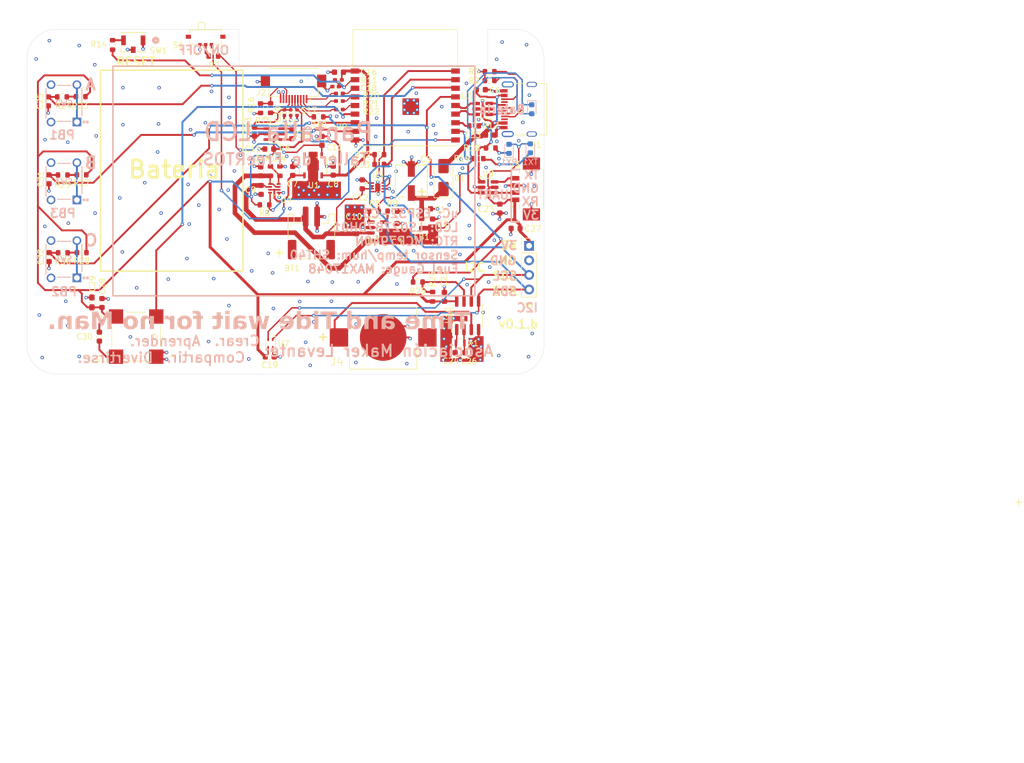
<source format=kicad_pcb>
(kicad_pcb (version 20241229) (generator "pcbnew") (generator_version "9.0")
  (layers (0 "F.Cu" signal) (4 "In1.Cu" signal) (6 "In2.Cu" signal) (2 "B.Cu" signal) (13 "F.Paste" user) (15 "B.Paste" user) (5 "F.SilkS" user "F.Silkscreen") (7 "B.SilkS" user "B.Silkscreen") (1 "F.Mask" user) (3 "B.Mask" user) (25 "Edge.Cuts" user))
  (net 0 "")
  (net 1 "Net-(BT1-+)")
  (net 2 "VBUS")
  (net 3 "Net-(D2-A)")
  (net 4 "+3V3")
  (net 5 "+5V")
  (net 6 "Net-(U6-C-)")
  (net 7 "Net-(U6-C+)")
  (net 8 "Net-(U9-EN)")
  (net 9 "PB1")
  (net 10 "PB3")
  (net 11 "PB2")
  (net 12 "Net-(D1-A)")
  (net 13 "Net-(D2-K)")
  (net 16 "Net-(J1-D-_A)")
  (net 17 "Net-(J1-D+_A)")
  (net 19 "Net-(J1-CC1_A)")
  (net 20 "Net-(J1-CC1_B)")
  (net 21 "Net-(J2-Pad4)")
  (net 22 "Net-(J2-Pad8)")
  (net 23 "Net-(J3-Pad4)")
  (net 24 "MOSI")
  (net 25 "CS")
  (net 26 "SCLK")
  (net 27 "Net-(J3-Pad2)")
  (net 28 "Net-(RX1-K)")
  (net 29 "Net-(TX1-K)")
  (net 30 "I2C_SCL")
  (net 31 "I2C_SDA")
  (net 32 "Buzzer")
  (net 33 "Net-(U4-PR1)")
  (net 34 "Estado_Vin")
  (net 35 "EXTCOMIN")
  (net 36 "Net-(U9-IO21{slash}TXD)")
  (net 37 "Net-(U9-IO20{slash}RXD)")
  (net 38 "Net-(U9-IO4)")
  (net 39 "Net-(U9-IO5)")
  (net 40 "Net-(U9-IO6)")
  (net 41 "Net-(U1-VIN)")
  (net 42 "Net-(U1-CE)")
  (net 43 "Net-(U10-X1)")
  (net 44 "D+")
  (net 45 "D-")
  (net 47 "GND")
  (net 48 "Net-(U10-X2)")
  (net 49 "Net-(C30-Pad2)")
  (net 50 "Net-(U10-VBAT)")
  (net 51 "Net-(U2-STAT)")
  (net 52 "Net-(R7-Pad1)")
  (net 53 "Net-(U2-PROG)")
  (net 54 "Net-(R14-Pad2)")
  (net 55 "Net-(R17-Pad2)")
  (net 56 "Net-(R23-Pad2)")
  (net 57 "Net-(U10-MFP)")
  (net 58 "Net-(R27-Pad2)")
  (net 59 "Net-(R28-Pad2)")
  (footprint "Capacitor_SMD:C_0603_1608Metric" (layer "F.Cu") (at 148.3 59.6 90)
    (property "Reference" "C8")
    (property "Value" "10uF")
  )
  (footprint "Capacitor_SMD:C_0402_1005Metric" (layer "F.Cu") (at 140.9 49.5 90)
    (property "Reference" "C21")
    (property "Value" "100nF")
  )
  (footprint "Capacitor_SMD:C_0603_1608Metric" (layer "F.Cu") (at 175.6 53.4 180)
    (property "Reference" "C33")
    (property "Value" "100nF")
  )
  (footprint "Package_TO_SOT_SMD:SOT-583-8" (layer "F.Cu") (at 138.06 62.675 180)
    (property "Reference" "U4")
    (property "Value" "TPS2116DRL")
  )
  (footprint "Resistor_SMD:R_0603_1608Metric" (layer "F.Cu") (at 165.6 81.55 -90)
    (property "Reference" "R26")
    (property "Value" "30k")
  )
  (footprint "Resistor_SMD:R_0603_1608Metric" (layer "F.Cu") (at 156.325 58.5 180)
    (property "Reference" "R13")
    (property "Value" "5k1")
  )
  (footprint "Capacitor_SMD:C_0603_1608Metric" (layer "F.Cu") (at 168.75 91.3 180)
    (property "Reference" "C24")
    (property "Value" "7pF")
  )
  (footprint "Capacitor_SMD:C_0603_1608Metric" (layer "F.Cu") (at 98.7 47.525 90)
    (property "Reference" "C25")
    (property "Value" "100nF")
  )
  (footprint "BK_870_TR:MPD_BK-870" (layer "F.Cu") (at 157 88.65)
    (property "Reference" "J4")
    (property "Value" "BK-870")
  )
  (footprint "MountingHole:MountingHole_2.2mm_M2_ISO14580" (layer "F.Cu") (at 100 90)
    (property "Reference" "H3" (hide yes))
    (property "Value" "MountingHole")
  )
  (footprint "MAX17048:21-0168E_T822-3_MXM" (layer "F.Cu") (at 156.0533 62.499999)
    (property "Reference" "U5")
    (property "Value" "MAX17048G+T10")
  )
  (footprint "Resistor_SMD:R_0603_1608Metric" (layer "F.Cu") (at 104.35 46.7 180)
    (property "Reference" "R23")
    (property "Value" "30k")
  )
  (footprint "Resistor_SMD:R_0603_1608Metric" (layer "F.Cu") (at 101.225 60.35)
    (property "Reference" "R29")
    (property "Value" "100")
  )
  (footprint "Capacitor_SMD:C_0603_1608Metric" (layer "F.Cu") (at 174 45.5 180)
    (property "Reference" "C6")
    (property "Value" "100nF")
  )
  (footprint "Capacitor_SMD:C_0603_1608Metric" (layer "F.Cu") (at 165.6 68.8 90)
    (property "Reference" "C2")
    (property "Value" "100nF")
  )
  (footprint "Capacitor_SMD:C_0603_1608Metric" (layer "F.Cu") (at 135.675 59.725 90)
    (property "Reference" "C4")
    (property "Value" "1uF")
  )
  (footprint "Capacitor_SMD:C_0603_1608Metric" (layer "F.Cu") (at 137.25 92.025 180)
    (property "Reference" "C19")
    (property "Value" "100nF")
  )
  (footprint "Resistor_SMD:R_0402_1005Metric_Pad0.72x0.64mm_HandSolder" (layer "F.Cu") (at 149.375 46.15 180)
    (property "Reference" "R20")
    (property "Value" "33")
  )
  (footprint "Capacitor_SMD:C_0603_1608Metric" (layer "F.Cu") (at 180.05 69.65)
    (property "Reference" "C27")
    (property "Value" "100nF")
  )
  (footprint "Package_TO_SOT_SMD:SOT-23-5" (layer "F.Cu") (at 155.9875 69.5)
    (property "Reference" "U2")
    (property "Value" "MCP73831-3-OT")
  )
  (footprint "Package_TO_SOT_SMD:SOT-23-6" (layer "F.Cu") (at 175.2625 62.5)
    (property "Reference" "U8")
    (property "Value" "USBLC6-2SC6" (hide yes))
  )
  (footprint "footprints:SOT-23-6_DIO" (layer "F.Cu") (at 138 53.225)
    (property "Reference" "U6")
    (property "Value" "AP3602AKTR-G1")
  )
  (footprint "Capacitor_SMD:C_0402_1005Metric" (layer "F.Cu") (at 139.8 49.5 90)
    (property "Reference" "C20")
    (property "Value" "1uF")
  )
  (footprint "Capacitor_SMD:C_0402_1005Metric_Pad0.74x0.62mm_HandSolder" (layer "F.Cu") (at 148.725 44.95 180)
    (property "Reference" "C18")
    (property "Value" "1uF")
  )
  (footprint "0528921033:MOLEX_0528921033" (layer "F.Cu") (at 141.4 47.125 180)
    (property "Reference" "J2")
    (property "Value" "0528921033")
  )
  (footprint "Capacitor_SMD:C_0603_1608Metric" (layer "F.Cu") (at 135.75 62.95 -90)
    (property "Reference" "C9")
    (property "Value" "1uF")
  )
  (footprint "Resistor_SMD:R_0603_1608Metric" (layer "F.Cu") (at 136.35 65.55 180)
    (property "Reference" "R6")
    (property "Value" "300k")
  )
  (footprint "Resistor_SMD:R_0603_1608Metric" (layer "F.Cu") (at 173.6 57.5)
    (property "Reference" "R19")
    (property "Value" "1k")
  )
  (footprint "Resistor_SMD:R_0603_1608Metric" (layer "F.Cu") (at 163.025 79 180)
    (property "Reference" "R25")
    (property "Value" "0")
  )
  (footprint "Resistor_SMD:R_0603_1608Metric" (layer "F.Cu") (at 127.45 39.65)
    (property "Reference" "R7")
    (property "Value" "100")
  )
  (footprint "Resistor_SMD:R_0603_1608Metric" (layer "F.Cu") (at 175.525 43.9 180)
    (property "Reference" "R2")
    (property "Value" "5k1")
  )
  (footprint "Resistor_SMD:R_0603_1608Metric" (layer "F.Cu") (at 135.65 48.725 90)
    (property "Reference" "R16")
    (property "Value" "NP")
  )
  (footprint "MountingHole:MountingHole_2.2mm_M2_ISO14580" (layer "F.Cu") (at 180 90)
    (property "Reference" "H4" (hide yes))
    (property "Value" "MountingHole")
  )
  (footprint "Resistor_SMD:R_0603_1608Metric" (layer "F.Cu") (at 158.6 66.65)
    (property "Reference" "R8")
    (property "Value" "2k2")
  )
  (footprint "Capacitor_SMD:C_0603_1608Metric" (layer "F.Cu") (at 177.3 66.2 90)
    (property "Reference" "C23")
    (property "Value" "1uF")
  )
  (footprint "Capacitor_SMD:C_0603_1608Metric" (layer "F.Cu") (at 137.175 55.825 180)
    (property "Reference" "C15")
    (property "Value" "10uF")
  )
  (footprint "Resistor_SMD:R_0603_1608Metric" (layer "F.Cu") (at 104.525 73.875 180)
    (property "Reference" "R28")
    (property "Value" "30k")
  )
  (footprint "Resistor_SMD:R_0603_1608Metric" (layer "F.Cu") (at 137.4 48.7 -90)
    (property "Reference" "R15")
    (property "Value" "0")
  )
  (footprint "Resistor_SMD:R_0402_1005Metric_Pad0.72x0.64mm_HandSolder" (layer "F.Cu") (at 149.375 47.475 180)
    (property "Reference" "R21")
    (property "Value" "33")
  )
  (footprint "Capacitor_SMD:C_0603_1608Metric" (layer "F.Cu") (at 98.825 61.1 90)
    (property "Reference" "C31")
    (property "Value" "100nF")
  )
  (footprint "CMI_8536_82_SMT_TR:CMI-8536-82-SMT-TR" (layer "F.Cu") (at 114 88.5 180)
    (property "Reference" "LS1")
    (property "Value" "CMI-8536-82-SMT-TR")
  )
  (footprint "Connector_JST:JST_PH_S2B-PH-SM4-TB_1x02-1MP_P2.00mm_Horizontal" (layer "F.Cu") (at 144.5 70.45)
    (property "Reference" "BT1")
    (property "Value" "Battery_Cell")
  )
  (footprint "Resistor_SMD:R_0603_1608Metric" (layer "F.Cu") (at 175.725 55.65)
    (property "Reference" "R18")
    (property "Value" "1k")
  )
  (footprint "Resistor_SMD:R_0603_1608Metric" (layer "F.Cu") (at 139.025 59.675 90)
    (property "Reference" "R4")
    (property "Value" "10k")
  )
  (footprint "SSAJ110100:SW_SSAJ110100" (layer "F.Cu") (at 126.1 36.3475 180)
    (property "Reference" "S1")
    (property "Value" "SSAJ110100")
  )
  (footprint "MountingHole:MountingHole_2.2mm_M2_ISO14580" (layer "F.Cu") (at 100 40)
    (property "Reference" "H1" (hide yes))
    (property "Value" "MountingHole")
  )
  (footprint "Resistor_SMD:R_0603_1608Metric" (layer "F.Cu") (at 172.8 51.8)
    (property "Reference" "R17")
    (property "Value" "330")
  )
  (footprint "Resistor_SMD:R_0603_1608Metric" (layer "F.Cu") (at 163.7 68.8 90)
    (property "Reference" "FB1")
    (property "Value" "220R")
  )
  (footprint "Capacitor_SMD:C_0603_1608Metric" (layer "F.Cu") (at 153.35 61.975 -90)
    (property "Reference" "C12")
    (property "Value" "100nF")
  )
  (footprint "Resistor_SMD:R_0603_1608Metric" (layer "F.Cu") (at 155.375 66.65 180)
    (property "Reference" "R5")
    (property "Value" "1k")
  )
  (footprint "0532610471:MOLEX_0532610471" (layer "F.Cu") (at 179.9 62.8 90)
    (property "Reference" "J3")
    (property "Value" "0532610471")
  )
  (footprint "Capacitor_SMD:C_0603_1608Metric" (layer "F.Cu") (at 167.65 81.575 90)
    (property "Reference" "C22")
    (property "Value" "10uF")
  )
  (footprint "Capacitor_SMD:C_0603_1608Metric_Pad1.08x0.95mm_HandSolder" (layer "F.Cu") (at 106.3 82.55 90)
    (property "Reference" "C29")
    (property "Value" "10uF")
  )
  (footprint "Capacitor_SMD:C_0603_1608Metric" (layer "F.Cu") (at 164.475 66.25)
    (property "Reference" "C1")
    (property "Value" "100nF")
  )
  (footprint "Capacitor_SMD:C_0603_1608Metric" (layer "F.Cu") (at 152.35 69.8 90)
    (property "Reference" "C10")
    (property "Value" "10uF")
  )
  (footprint "Resistor_SMD:R_0603_1608Metric" (layer "F.Cu") (at 109.9 37.7 90)
    (property "Reference" "R14")
    (property "Value" "100")
  )
  (footprint "Package_SO:SOIC-8_3.9x4.9mm_P1.27mm" (layer "F.Cu") (at 171.7 84.8 90)
    (property "Reference" "U10")
    (property "Value" "MCP7940N-xSN")
  )
  (footprint "Capacitor_SMD:C_0603_1608Metric" (layer "F.Cu") (at 149.3 42.45 180)
    (property "Reference" "C16")
    (property "Value" "10uF")
  )
  (footprint "RF_Module:ESP32-C3-WROOM-02" (layer "F.Cu") (at 160.84 48.25)
    (property "Reference" "U9")
    (property "Value" "ESP32-C3-WROOM-02")
  )
  (footprint "Capacitor_SMD:C_0603_1608Metric" (layer "F.Cu") (at 141.1 53.25 -90)
    (property "Reference" "C14")
    (property "Value" "1uF")
  )
  (footprint "Capacitor_SMD:C_0603_1608Metric" (layer "F.Cu") (at 107.6 88.5 -90)
    (property "Reference" "C30")
    (property "Value" "100nF")
  )
  (footprint "Resistor_SMD:R_0402_1005Metric_Pad0.72x0.64mm_HandSolder" (layer "F.Cu") (at 149.375 48.95 180)
    (property "Reference" "R22")
    (property "Value" "33")
  )
  (footprint "Capacitor_SMD:C_0603_1608Metric" (layer "F.Cu") (at 146.35 54.4 -90)
    (property "Reference" "C11")
    (property "Value" "100nF" (hide yes))
  )
  (footprint "Diode_SMD:D_SMA" (layer "F.Cu") (at 167.5 60.8 90)
    (property "Reference" "D1")
    (property "Value" "1N5819")
  )
  (footprint "UWJ1C220MCL1GB:CAP_UWF_5X5P4_NCH" (layer "F.Cu") (at 161.9 61.4 -90)
    (property "Reference" "C5")
    (property "Value" "22uF")
  )
  (footprint "Capacitor_SMD:C_0603_1608Metric" (layer "F.Cu") (at 141.25 59.65 90)
    (property "Reference" "C7")
    (property "Value" "10uF")
  )
  (footprint "12402012E212A:AMPHENOL_12402012E212A" (layer "F.Cu") (at 182.86 48.9 90)
    (property "Reference" "J1")
    (property "Value" "12402012E212A")
  )
  (footprint "Resistor_SMD:R_0603_1608Metric" (layer "F.Cu") (at 145.75 50.225 180)
    (property "Reference" "R10")
    (property "Value" "0")
  )
  (footprint "Resistor_SMD:R_0603_1608Metric" (layer "F.Cu") (at 156.325 56.8 180)
    (property "Reference" "R12")
    (property "Value" "5k1")
  )
  (footprint "CM8V-T1A:CRYSTAL_CM8V-T1A-32.768KHZ-7PF-20PPM-TA-QC_MCX-L" (layer "F.Cu") (at 170.4 89.6 180)
    (property "Reference" "X1")
    (property "Value" "CM8V-T1A-32.768KHZ-7PF-20PPM-TA-QC")
  )
  (footprint "Package_TO_SOT_SMD:SOT-23-6" (layer "F.Cu") (at 174.3225 48.85 180)
    (property "Reference" "U3")
    (property "Value" "USBLC6-2SC6")
  )
  (footprint "Capacitor_SMD:C_0402_1005Metric" (layer "F.Cu") (at 142 49.5 90)
    (property "Reference" "C17")
    (property "Value" "100nF")
  )
  (footprint "Resistor_SMD:R_0603_1608Metric" (layer "F.Cu") (at 175.5275 42.35 180)
    (property "Reference" "R3")
    (property "Value" "5k1")
  )
  (footprint "B3U-1100P:B3U-1100P-B_OMR" (layer "F.Cu") (at 113.500002 37.2252 180)
    (property "Reference" "SW1")
    (property "Value" "B3U-1100P-B")
  )
  (footprint "Capacitor_SMD:C_0603_1608Metric" (layer "F.Cu") (at 159.4 69.575 90)
    (property "Reference" "C3")
    (property "Value" "10uF")
  )
  (footprint "Resistor_SMD:R_0603_1608Metric" (layer "F.Cu") (at 101.1 46.75)
    (property "Reference" "R24")
    (property "Value" "100")
  )
  (footprint "Capacitor_SMD:C_0603_1608Metric" (layer "F.Cu") (at 134.6 52.8 -90)
    (property "Reference" "C13")
    (property "Value" "10uF")
  )
  (footprint "MountingHole:MountingHole_2.2mm_M2_ISO14580" (layer "F.Cu") (at 180 40)
    (property "Reference" "H2" (hide yes))
    (property "Value" "MountingHole")
  )
  (footprint "Resistor_SMD:R_0603_1608Metric" (layer "F.Cu") (at 137.375 59.675 90)
    (property "Reference" "R1")
    (property "Value" "30k")
  )
  (footprint "XC6220:SOT-89-5_TOR" (layer "F.Cu") (at 144.8 58.675 180)
    (property "Reference" "U1")
    (property "Value" "XC6220B331PR-G")
  )
  (footprint "Resistor_SMD:R_0603_1608Metric" (layer "F.Cu") (at 104.5 60.325 180)
    (property "Reference" "R27")
    (property "Value" "30k")
  )
  (footprint "Connector_PinHeader_2.54mm:PinHeader_1x04_P2.54mm_Vertical" (layer "F.Cu") (at 182.4 72.68)
    (property "Reference" "J5")
    (property "Value" "Conn_01x04")
  )
  (footprint "Capacitor_SMD:C_0603_1608Metric" (layer "F.Cu") (at 98.85 74.65 90)
    (property "Reference" "C32")
    (property "Value" "100nF")
  )
  (footprint "Resistor_SMD:R_0603_1608Metric" (layer "F.Cu") (at 101.25 73.9)
    (property "Reference" "R30")
    (property "Value" "100")
  )
  (footprint "Capacitor_SMD:C_0603_1608Metric" (layer "F.Cu") (at 108.05 82.65 -90)
    (property "Reference" "C28")
    (property "Value" "100nF")
  )
  (footprint "Sensor_Humidity:Sensirion_DFN-4_1.5x1.5mm_P0.8mm_SHT4x_NoCentralPad" (layer "F.Cu") (at 137.375 89.7 -90)
    (property "Reference" "U7")
    (property "Value" "SHT4x")
  )
  (footprint "Resistor_SMD:R_0402_1005Metric_Pad0.72x0.64mm_HandSolder" (layer "F.Cu") (at 149.2 43.8 180)
    (property "Reference" "R11")
    (property "Value" "30k")
  )
  (footprint "Capacitor_SMD:C_0603_1608Metric" (layer "F.Cu") (at 172 91.3)
    (property "Reference" "C26")
    (property "Value" "7pF")
  )
  (footprint "LED_SMD:LED_0603_1608Metric" (layer "B.Cu") (at 182.6 55.7125 90)
    (property "Reference" "TX1")
    (property "Value" "LED" (hide yes))
  )
  (footprint "LED_SMD:LED_0603_1608Metric" (layer "B.Cu") (at 178.9 55.8 90)
    (property "Reference" "RX1")
    (property "Value" "LED" (hide yes))
  )
  (footprint "LED_SMD:LED_0603_1608Metric" (layer "B.Cu") (at 182.86 48.9 -90)
    (property "Reference" "D2" (hide yes))
    (property "Value" "LED" (hide yes))
  )
  (footprint "1825910_6:SW4_1825910-B_TEC" (layer "B.Cu") (at 99.1894 44.625 90)
    (property "Reference" "SW2")
    (property "Value" "1825910-6" (hide yes))
  )
  (footprint "1825910_6:SW4_1825910-B_TEC" (layer "B.Cu") (at 99.1894 58.2 90)
    (property "Reference" "SW3")
    (property "Value" "1825910-6" (hide yes))
  )
  (footprint "1825910_6:SW4_1825910-B_TEC" (layer "B.Cu") (at 99.1894 71.774999 90)
    (property "Reference" "SW4")
    (property "Value" "1825910-6" (hide yes))
  )
  (gr_rect (start 107.8 42.1) (end 132.6 77.1) (stroke (width 0.25)) (fill no) (layer "F.SilkS"))
  (gr_line (start 180.7 59.4) (end 179.3 59.4) (stroke (width 0.3)) (layer "B.SilkS"))
  (gr_line (start 179.3 68.5) (end 180.7 68.5) (stroke (width 0.3)) (layer "B.SilkS"))
  (gr_line (start 179.3 59.4) (end 179.3 68.5) (stroke (width 0.3)) (layer "B.SilkS"))
  (gr_rect (start 109.96 41.4) (end 172.96 81.4) (stroke (width 0.25)) (fill no) (layer "B.SilkS"))
  (gr_line (start 131.9 41.2) (end 131.9 40) (stroke (width 0.05)) (layer "Edge.Cuts"))
  (gr_line (start 95 90) (end 95 40) (stroke (width 0.05)) (layer "Edge.Cuts"))
  (gr_arc (start 100 95) (mid 96.464466 93.535534) (end 95 90) (stroke (width 0.05)) (layer "Edge.Cuts"))
  (gr_line (start 180 35) (end 175.2 35) (stroke (width 0.05)) (layer "Edge.Cuts"))
  (gr_arc (start 180 35) (mid 183.535534 36.464466) (end 185 40) (stroke (width 0.05)) (layer "Edge.Cuts"))
  (gr_line (start 131.9 35) (end 131.9 40) (stroke (width 0.05)) (layer "Edge.Cuts"))
  (gr_line (start 100 35) (end 127 35) (stroke (width 0.05)) (layer "Edge.Cuts"))
  (gr_arc (start 185 90) (mid 183.535534 93.535534) (end 180 95) (stroke (width 0.05)) (layer "Edge.Cuts"))
  (gr_line (start 127 35) (end 131.9 35) (stroke (width 0.05)) (layer "Edge.Cuts"))
  (gr_line (start 175.2 35) (end 175.2 41.2) (stroke (width 0.05)) (layer "Edge.Cuts"))
  (gr_line (start 100 95) (end 180 95) (stroke (width 0.05)) (layer "Edge.Cuts"))
  (gr_arc (start 95 40) (mid 96.464466 36.464466) (end 100 35) (stroke (width 0.05)) (layer "Edge.Cuts"))
  (gr_line (start 175.2 41.2) (end 131.9 41.2) (stroke (width 0.05)) (layer "Edge.Cuts"))
  (gr_line (start 185 90) (end 185 40) (stroke (width 0.05)) (layer "Edge.Cuts"))
  (gr_text "SCL" (at 175.921428 78.8 0) (layer "F.SilkS") (effects (font (size 1.5 1.5) (thickness 0.3) (bold yes)) (justify left bottom)))
  (gr_text "+" (at 137.8 74.65 0) (layer "F.SilkS") (effects (font (size 1.5 1.5) (thickness 0.3) (bold yes)) (justify left bottom)))
  (gr_text "SDA" (at 175.85 81.45 0) (layer "F.SilkS") (effects (font (size 1.5 1.5) (thickness 0.3) (bold yes)) (justify left bottom)))
  (gr_text "3V" (at 177.35 73.5 0) (layer "F.SilkS") (effects (font (size 1.5 1.5) (thickness 0.3) (bold yes)) (justify left bottom)))
  (gr_text "RESET" (at 110.35 41.55 0) (layer "F.SilkS") (effects (font (size 1.5 1.5) (thickness 0.3) (bold yes)) (justify left bottom)))
  (gr_text "v0.1.b" (at 176.95 87.2 0) (layer "F.SilkS") (effects (font (size 1.5 1.5) (thickness 0.3) (bold yes)) (justify left bottom)))
  (gr_text "+" (at 145.4 89.35 0) (layer "F.SilkS") (effects (font (size 1.5 1.5) (thickness 0.3) (bold yes)) (justify left bottom)))
  (gr_text "GND" (at 175.492856 76.15 0) (layer "F.SilkS") (effects (font (size 1.5 1.5) (thickness 0.3) (bold yes)) (justify left bottom)))
  (gr_text "+" (at 162.6 64.05 0) (layer "F.SilkS") (effects (font (size 1.5 1.5) (thickness 0.3) (bold yes)) (justify left bottom)))
  (gr_text "I2C" (at 170.95 77.3 0) (layer "F.SilkS") (effects (font (size 1.5 1.5) (thickness 0.3) (bold yes)) (justify left bottom)))
  (gr_text "Bateria" (at 112.35 61.15 0) (layer "F.SilkS") (effects (font (size 3 3) (thickness 0.5) (bold yes)) (justify left bottom)))
  (gr_text "Divertirse." (at 117.15 93.2 0) (layer "B.SilkS") (effects (font (size 1.75 1.75) (thickness 0.3) (bold yes)) (justify left bottom mirror)))
  (gr_text "GND" (at 180.35 76.15 0) (layer "B.SilkS") (effects (font (size 1.5 1.5) (thickness 0.3) (bold yes)) (justify left bottom mirror)))
  (gr_text "I2C" (at 184.1 84.35 0) (layer "B.SilkS") (effects (font (size 1.5 1.5) (thickness 0.3) (bold yes)) (justify left bottom mirror)))
  (gr_text "Aprender.\n" (at 125.4 90.3 0) (layer "B.SilkS") (effects (font (size 1.75 1.75) (thickness 0.3) (bold yes)) (justify left bottom mirror)))
  (gr_text "PB2" (at 103.85 81.55 0) (layer "B.SilkS") (effects (font (size 1.5 1.5) (thickness 0.3) (bold yes)) (justify left bottom mirror)))
  (gr_text "Pantalla LCD" (at 155.55 54.6 0) (layer "B.SilkS") (effects (font (size 3 3) (thickness 0.5) (bold yes)) (justify left bottom mirror)))
  (gr_text "A" (at 107.2 45.75 0) (layer "B.SilkS") (effects (font (size 2 2) (thickness 0.4) (bold yes)) (justify left bottom mirror)))
  (gr_text "3V" (at 184.3 68.2 0) (layer "B.SilkS") (effects (font (size 1.5 1.5) (thickness 0.3) (bold yes)) (justify left bottom mirror)))
  (gr_text "PB1" (at 103.5 54.25 0) (layer "B.SilkS") (effects (font (size 1.5 1.5) (thickness 0.3) (bold yes)) (justify left bottom mirror)))
  (gr_text "SDA" (at 180.45 81.5 0) (layer "B.SilkS") (effects (font (size 1.5 1.5) (thickness 0.3) (bold yes)) (justify left bottom mirror)))
  (gr_text "B" (at 107.35 59.4 0) (layer "B.SilkS") (effects (font (size 2 2) (thickness 0.4) (bold yes)) (justify left bottom mirror)))
  (gr_text "ON/OFF" (at 130.35 39.5 0) (layer "B.SilkS") (effects (font (size 1.5 1.5) (thickness 0.3) (bold yes)) (justify left bottom mirror)))
  (gr_text "Bateria" (at 181.9 49.8 0) (layer "B.SilkS") (effects (font (size 1.5 1.5) (thickness 0.3) (bold yes)) (justify left bottom mirror)))
  (gr_text "GND" (at 184.3 63.533333 0) (layer "B.SilkS") (effects (font (size 1.5 1.5) (thickness 0.3) (bold yes)) (justify left bottom mirror)))
  (gr_text "SCL" (at 180.5 78.8 0) (layer "B.SilkS") (effects (font (size 1.5 1.5) (thickness 0.3) (bold yes)) (justify left bottom mirror)))
  (gr_text "Taller de FreeRTOS." (at 154.7 58.8 0) (layer "B.SilkS") (effects (font (size 2 2) (thickness 0.35) (bold yes)) (justify left bottom mirror)))
  (gr_text "Time and Tide wait for no Man." (at 172.2 87.7 0) (layer "B.SilkS") (effects (font (size 3 3) (thickness 0.25) (bold yes)) (justify left bottom mirror)))
  (gr_text "RX" (at 184.3 65.866667 0) (layer "B.SilkS") (effects (font (size 1.5 1.5) (thickness 0.3) (bold yes)) (justify left bottom mirror)))
  (gr_text "Crear.\n" (at 135.7 90.25 0) (layer "B.SilkS") (effects (font (size 1.75 1.75) (thickness 0.3) (bold yes)) (justify left bottom mirror)))
  (gr_text "PB3" (at 103.65 67.9 0) (layer "B.SilkS") (effects (font (size 1.5 1.5) (thickness 0.3) (bold yes)) (justify left bottom mirror)))
  (gr_text "C" (at 107.5 72.9 0) (layer "B.SilkS") (effects (font (size 2 2) (thickness 0.4) (bold yes)) (justify left bottom mirror)))
  (gr_text "Compartir.\n" (at 133.15 93.15 0) (layer "B.SilkS") (effects (font (size 1.75 1.75) (thickness 0.3) (bold yes)) (justify left bottom mirror)))
  (gr_text "UART" (at 179.05 64.7 0) (layer "B.SilkS") (effects (font (size 1.5 1.5) (thickness 0.3) (bold yes)) (justify left bottom mirror)))
  (gr_text "TX" (at 184.3 61.2 0) (layer "B.SilkS") (effects (font (size 1.5 1.5) (thickness 0.3) (bold yes)) (justify left bottom mirror)))
  (gr_text "Asociación Maker Levante:" (at 176.4 92.15 0) (layer "B.SilkS") (effects (font (size 2 2) (thickness 0.35) (bold yes)) (justify left bottom mirror)))
  (gr_text "3V" (at 180.45 73.5 0) (layer "B.SilkS") (effects (font (size 1.5 1.5) (thickness 0.3) (bold yes)) (justify left bottom mirror)))
  (gr_text "uC: ESP32-C3\nLCD: LS027B7DH01\nRTC: MCP7940N\nSensor temp/hum: SHT40\nFuel Gauge: MAX17048" (at 170.3 77.6 0) (layer "B.SilkS") (effects (font (size 1.5 1.5) (thickness 0.3) (bold yes)) (justify left bottom mirror)))
  (segment (start 133.15 66.4) (end 134.85 68.1) (width 0.8) (layer "F.Cu") (net 1))
  (segment (start 153.35 63.7) (end 152.5 64.55) (width 0.25) (layer "F.Cu") (net 1))
  (segment (start 134.425 62.175) (end 133.15 63.45) (width 0.8) (layer "F.Cu") (net 1))
  (segment (start 148.9 66.1) (end 148.9 68.75) (width 0.25) (layer "F.Cu") (net 1))
  (segment (start 133.15 63.45) (end 133.15 66.4) (width 0.8) (layer "F.Cu") (net 1))
  (segment (start 146.5 71.15) (end 147.075 70.575) (width 0.8) (layer "F.Cu") (net 1))
  (segment (start 152.5 64.55) (end 150.45 64.55) (width 0.25) (layer "F.Cu") (net 1))
  (segment (start 150.45 64.55) (end 148.9 66.1) (width 0.25) (layer "F.Cu") (net 1))
  (segment (start 147.075 70.575) (end 152.35 70.575) (width 0.8) (layer "F.Cu") (net 1))
  (segment (start 143.5 67.6) (end 143.5 69.8) (width 0.8) (layer "F.Cu") (net 1))
  (segment (start 143.25 67.6) (end 143.5 67.6) (width 0.8) (layer "F.Cu") (net 1))
  (segment (start 153.35 62.75) (end 153.35 63.7) (width 0.25) (layer "F.Cu") (net 1))
  (segment (start 135.75 62.175) (end 134.425 62.175) (width 0.8) (layer "F.Cu") (net 1))
  (segment (start 153.35 62.75) (end 153.35 62.85) (width 0.25) (layer "F.Cu") (net 1))
  (segment (start 136.325 62.175) (end 136.575 62.425) (width 0.25) (layer "F.Cu") (net 1))
  (segment (start 142.75 68.1) (end 143.25 67.6) (width 0.8) (layer "F.Cu") (net 1))
  (segment (start 148.9 68.75) (end 147.075 70.575) (width 0.25) (layer "F.Cu") (net 1))
  (segment (start 144.85 71.15) (end 146.5 71.15) (width 0.8) (layer "F.Cu") (net 1))
  (segment (start 152.475 70.45) (end 152.35 70.575) (width 0.5) (layer "F.Cu") (net 1))
  (segment (start 136.575 62.425) (end 137.32 62.425) (width 0.25) (layer "F.Cu") (net 1))
  (segment (start 135.75 62.175) (end 136.325 62.175) (width 0.25) (layer "F.Cu") (net 1))
  (segment (start 154.85 70.45) (end 152.475 70.45) (width 0.5) (layer "F.Cu") (net 1))
  (segment (start 143.5 69.8) (end 144.85 71.15) (width 0.8) (layer "F.Cu") (net 1))
  (segment (start 153.35 62.85) (end 153.15 63.05) (width 0.25) (layer "F.Cu") (net 1))
  (segment (start 155.05 62.749999) (end 155.05 62.249999) (width 0.25) (layer "F.Cu") (net 1))
  (segment (start 153.35 62.75) (end 155.05 62.749999) (width 0.25) (layer "F.Cu") (net 1))
  (segment (start 134.85 68.1) (end 142.75 68.1) (width 0.8) (layer "F.Cu") (net 1))
  (segment (start 165.8955 64.4045) (end 167.5 62.8) (width 0.8) (layer "F.Cu") (net 2))
  (segment (start 163.7 66.25) (end 163.7 64.4545) (width 0.8) (layer "F.Cu") (net 2))
  (segment (start 161.9 63.4955) (end 161.9 63.9102) (width 0.8) (layer "F.Cu") (net 2))
  (segment (start 163.7 67.975) (end 163.7 66.25) (width 0.8) (layer "F.Cu") (net 2))
  (segment (start 162.3943 64.4045) (end 163.75 64.4045) (width 0.8) (layer "F.Cu") (net 2))
  (segment (start 161.9 63.9102) (end 162.3943 64.4045) (width 0.8) (layer "F.Cu") (net 2))
  (segment (start 163.75 64.4045) (end 165.8955 64.4045) (width 0.8) (layer "F.Cu") (net 2))
  (segment (start 163.7 64.4545) (end 163.75 64.4045) (width 0.8) (layer "F.Cu") (net 2))
  (segment (start 137.32 61.925) (end 137.32 60.555) (width 0.25) (layer "F.Cu") (net 3))
  (segment (start 157 71.7) (end 157 71.85) (width 0.8) (layer "F.Cu") (net 3))
  (segment (start 137.32 60.555) (end 137.375 60.5) (width 0.25) (layer "F.Cu") (net 3))
  (segment (start 138.325 62.425) (end 137.825 61.925) (width 0.25) (layer "F.Cu") (net 3))
  (segment (start 157 71.85) (end 154.1 71.85) (width 0.8) (layer "F.Cu") (net 3))
  (segment (start 170.35 66.8) (end 170.35 60.1) (width 0.25) (layer "F.Cu") (net 3))
  (segment (start 167.575 69.575) (end 170.35 66.8) (width 0.25) (layer "F.Cu") (net 3))
  (segment (start 163.7 69.625) (end 165.55 69.625) (width 0.8) (layer "F.Cu") (net 3))
  (segment (start 165.55 69.625) (end 165.6 69.575) (width 0.8) (layer "F.Cu") (net 3))
  (segment (start 135.675 60.5) (end 137.375 60.5) (width 0.8) (layer "F.Cu") (net 3))
  (segment (start 157.125 71.575) (end 157 71.7) (width 0.8) (layer "F.Cu") (net 3))
  (segment (start 132.95 60.5) (end 135.675 60.5) (width 0.8) (layer "F.Cu") (net 3))
  (segment (start 147.85 76.6) (end 141.65 70.4) (width 0.8) (layer "F.Cu") (net 3))
  (segment (start 149.35 76.6) (end 147.85 76.6) (width 0.8) (layer "F.Cu") (net 3))
  (segment (start 154.1 71.85) (end 149.35 76.6) (width 0.8) (layer "F.Cu") (net 3))
  (segment (start 165.6 69.575) (end 167.575 69.575) (width 0.25) (layer "F.Cu") (net 3))
  (segment (start 138.8 62.425) (end 138.325 62.425) (width 0.25) (layer "F.Cu") (net 3))
  (segment (start 131.2 62.25) (end 132.95 60.5) (width 0.8) (layer "F.Cu") (net 3))
  (segment (start 157.125 70.45) (end 157.125 71.575) (width 0.8) (layer "F.Cu") (net 3))
  (segment (start 141.65 70.4) (end 134.6 70.4) (width 0.8) (layer "F.Cu") (net 3))
  (segment (start 137.825 61.925) (end 137.32 61.925) (width 0.25) (layer "F.Cu") (net 3))
  (segment (start 134.6 70.4) (end 131.2 67) (width 0.8) (layer "F.Cu") (net 3))
  (segment (start 131.2 67) (end 131.2 62.25) (width 0.8) (layer "F.Cu") (net 3))
  (via (at 170.35 60.1) (size 0.6) (drill 0.3) (layers "F.Cu" "B.Cu") (net 3))
  (segment (start 173.05 58.8) (end 173.05 52.25) (width 0.25) (layer "B.Cu") (net 3))
  (segment (start 173.05 52.25) (end 172.7 51.9) (width 0.25) (layer "B.Cu") (net 3))
  (segment (start 180.3 44) (end 180.3 49.1) (width 0.25) (layer "B.Cu") (net 3))
  (segment (start 180.9125 49.6875) (end 182.86 49.6875) (width 0.25) (layer "B.Cu") (net 3))
  (segment (start 172.7 51.9) (end 172.7 45.8) (width 0.25) (layer "B.Cu") (net 3))
  (segment (start 172.7 45.8) (end 175.1 43.4) (width 0.25) (layer "B.Cu") (net 3))
  (segment (start 180.9 49.7) (end 180.9125 49.6875) (width 0.25) (layer "B.Cu") (net 3))
  (segment (start 179.7 43.4) (end 180.3 44) (width 0.25) (layer "B.Cu") (net 3))
  (segment (start 170.35 60.1) (end 171.75 60.1) (width 0.25) (layer "B.Cu") (net 3))
  (segment (start 175.1 43.4) (end 179.7 43.4) (width 0.25) (layer "B.Cu") (net 3))
  (segment (start 180.3 49.1) (end 180.9 49.7) (width 0.25) (layer "B.Cu") (net 3))
  (segment (start 171.75 60.1) (end 173.05 58.8) (width 0.25) (layer "B.Cu") (net 3))
  (segment (start 106.3 83.4125) (end 108.0375 83.4125) (width 0.33) (layer "F.Cu") (net 4))
  (segment (start 108.05 83.425) (end 108.05 84.2) (width 0.33) (layer "F.Cu") (net 4))
  (segment (start 180.825 69.65) (end 180.825 69.075) (width 0.5) (layer "F.Cu") (net 4))
  (segment (start 139.3 55.5) (end 138.975 55.825) (width 0.33) (layer "F.Cu") (net 4))
  (segment (start 97.825 56.25) (end 96.9 57.175) (width 0.33) (layer "F.Cu") (net 4))
  (segment (start 154.3 43.1) (end 153.45 42.25) (width 0.5) (layer "F.Cu") (net 4))
  (segment (start 141.65 47.125) (end 141.65 48.67) (width 0.2) (layer "F.Cu") (net 4))
  (segment (start 134.1 64.9) (end 134.1 64.1) (width 0.25) (layer "F.Cu") (net 4))
  (segment (start 103.95 80.4) (end 103.85 80.4) (width 0.33) (layer "F.Cu") (net 4))
  (segment (start 153.6 81.2) (end 135.175 81.2) (width 0.5) (layer "F.Cu") (net 4))
  (segment (start 164.55 82.375) (end 163.375 81.2) (width 0.5) (layer "F.Cu") (net 4))
  (segment (start 107.6 87.725) (end 107.6 86.25) (width 0.33) (layer "F.Cu") (net 4))
  (segment (start 150.625 60.375) (end 154.3 56.7) (width 0.5) (layer "F.Cu") (net 4))
  (segment (start 163.375 81.2) (end 153.6 81.2) (width 0.5) (layer "F.Cu") (net 4))
  (segment (start 180.825 70.175) (end 182.4 71.75) (width 0.5) (layer "F.Cu") (net 4))
  (segment (start 177.2 65.3) (end 178.1 65.3) (width 0.33) (layer "F.Cu") (net 4))
  (segment (start 104.9 43) (end 105.975 44.075) (width 0.33) (layer "F.Cu") (net 4))
  (segment (start 103.85 80.4) (end 98.15 80.4) (width 0.33) (layer "F.Cu") (net 4))
  (segment (start 143.1 54.3) (end 142.8 54.6) (width 0.33) (layer "F.Cu") (net 4))
  (segment (start 148.3 60.375) (end 149.1 60.375) (width 0.5) (layer "F.Cu") (net 4))
  (segment (start 107.6 80.4) (end 103.85 80.4) (width 0.33) (layer "F.Cu") (net 4))
  (segment (start 154.8 56.8) (end 154.3 56.3) (width 0.33) (layer "F.Cu") (net 4))
  (segment (start 134.75 65.55) (end 134.1 64.9) (width 0.25) (layer "F.Cu") (net 4))
  (segment (start 178.1 65.3) (end 178.725 64.675) (width 0.33) (layer "F.Cu") (net 4))
  (segment (start 142.8 49.65) (end 142.17 49.02) (width 0.25) (layer "F.Cu") (net 4))
  (segment (start 177.175 65.3) (end 177.3 65.425) (width 0.33) (layer "F.Cu") (net 4))
  (segment (start 175.3 62.8) (end 175.3 64.3) (width 0.33) (layer "F.Cu") (net 4))
  (segment (start 105.5125 83.4125) (end 104.55 82.45) (width 0.33) (layer "F.Cu") (net 4))
  (segment (start 106.3 83.4125) (end 105.5125 83.4125) (width 0.33) (layer "F.Cu") (net 4))
  (segment (start 108.85 85) (end 110.5 85) (width 0.33) (layer "F.Cu") (net 4))
  (segment (start 149.4 55.3) (end 148.6 54.5) (width 0.33) (layer "F.Cu") (net 4))
  (segment (start 167.65 82.35) (end 169.77 82.35) (width 0.33) (layer "F.Cu") (net 4))
  (segment (start 149.1 60.375) (end 149.4 60.075) (width 0.33) (layer "F.Cu") (net 4))
  (segment (start 96.9 57.175) (end 96.9 44.125) (width 0.33) (layer "F.Cu") (net 4))
  (segment (start 138.975 55.825) (end 137.95 55.825) (width 0.33) (layer "F.Cu") (net 4))
  (segment (start 146.3 60.4276) (end 148.2474 60.4276) (width 0.33) (layer "F.Cu") (net 4))
  (segment (start 180.825 69.075) (end 179.9 68.15) (width 0.5) (layer "F.Cu") (net 4))
  (segment (start 137.95 55.825) (end 137.95 56.55) (width 0.25) (layer "F.Cu") (net 4))
  (segment (start 167.625 82.375) (end 167.65 82.35) (width 0.33) (layer "F.Cu") (net 4))
  (segment (start 144.6 54.3) (end 143.1 54.3) (width 0.33) (layer "F.Cu") (net 4))
  (segment (start 104.55 81) (end 103.95 80.4) (width 0.33) (layer "F.Cu") (net 4))
  (segment (start 175.25 62.3) (end 175.25 60.35) (width 0.25) (layer "F.Cu") (net 4))
  (segment (start 105.975 44.075) (end 105.975 45.9) (width 0.33) (layer "F.Cu") (net 4))
  (segment (start 135.2 81.225) (end 135.175 81.2) (width 0.33) (layer "F.Cu") (net 4))
  (segment (start 176.3 65.3) (end 177.175 65.3) (width 0.33) (layer "F.Cu") (net 4))
  (segment (start 175.6 62.5) (end 175.45 62.5) (width 0.25) (layer "F.Cu") (net 4))
  (segment (start 135.175 81.2) (end 126.875 72.9) (width 0.5) (layer "F.Cu") (net 4))
  (segment (start 142.8 54.6) (end 142.8 49.65) (width 0.25) (layer "F.Cu") (net 4))
  (segment (start 171.2 75.5) (end 159.3 75.5) (width 0.5) (layer "F.Cu") (net 4))
  (segment (start 142.4 54.6) (end 141.5 55.5) (width 0.33) (layer "F.Cu") (net 4))
  (segment (start 149.1 60.375) (end 150.625 60.375) (width 0.5) (layer "F.Cu") (net 4))
  (segment (start 104.55 70) (end 101.1 70) (width 0.33) (layer "F.Cu") (net 4))
  (segment (start 175.95 59.65) (end 179.15 59.65) (width 0.25) (layer "F.Cu") (net 4))
  (segment (start 141.65 48.67) (end 142 49.02) (width 0.2) (layer "F.Cu") (net 4))
  (segment (start 101.1 70) (end 96.9 65.8) (width 0.33) (layer "F.Cu") (net 4))
  (segment (start 134.08795 64.1) (end 134.068671 64.119279) (width 0.25) (layer "F.Cu") (net 4))
  (segment (start 98.025 43) (end 104.9 43) (width 0.33) (layer "F.Cu") (net 4))
  (segment (start 138.475 53.225) (end 139.28905 53.225) (width 0.33) (layer "F.Cu") (net 4))
  (segment (start 105.975 45.9) (end 105.175 46.7) (width 0.33) (layer "F.Cu") (net 4))
  (segment (start 155.5 56.8) (end 154.8 56.8) (width 0.33) (layer "F.Cu") (net 4))
  (segment (start 154.3 56.3) (end 154.3 43.1) (width 0.5) (layer "F.Cu") (net 4))
  (segment (start 153.45 42.25) (end 152.09 42.25) (width 0.5) (layer "F.Cu") (net 4))
  (segment (start 177.3 65.4) (end 177.2 65.3) (width 0.33) (layer "F.Cu") (net 4))
  (segment (start 178.725 64.675) (end 179.9 64.675) (width 0.33) (layer "F.Cu") (net 4))
  (segment (start 159.3 75.5) (end 153.6 81.2) (width 0.5) (layer "F.Cu") (net 4))
  (segment (start 108.05 84.2) (end 108.85 85) (width 0.33) (layer "F.Cu") (net 4))
  (segment (start 148.6 54.5) (end 147.8 54.5) (width 0.33) (layer "F.Cu") (net 4))
  (segment (start 108.0375 83.4125) (end 108.05 83.425) (width 0.33) (layer "F.Cu") (net 4))
  (segment (start 176.4 62.5) (end 175.6 62.5) (width 0.33) (layer "F.Cu") (net 4))
  (segment (start 142.8 54.6) (end 142.4 54.6) (width 0.33) (layer "F.Cu") (net 4))
  (segment (start 104.55 82.45) (end 104.55 81) (width 0.33) (layer "F.Cu") (net 4))
  (segment (start 177.3 65.425) (end 177.3 65.4) (width 0.33) (layer "F.Cu") (net 4))
  (segment (start 175.25 60.35) (end 175.95 59.65) (width 0.25) (layer "F.Cu") (net 4))
  (segment (start 148.2474 60.4276) (end 148.3 60.375) (width 0.33) (layer "F.Cu") (net 4))
  (segment (start 182.4 71.75) (end 182.4 72.68) (width 0.33) (layer "F.Cu") (net 4))
  (segment (start 137.925001 54.175001) (end 137.95 54.2) (width 0.33) (layer "F.Cu") (net 4))
  (segment (start 137.95 55.825) (end 137.95 54.2) (width 0.33) (layer "F.Cu") (net 4))
  (segment (start 96.9 65.8) (end 96.9 57.175) (width 0.33) (layer "F.Cu") (net 4))
  (segment (start 169.77 82.35) (end 169.795 82.325) (width 0.33) (layer "F.Cu") (net 4))
  (segment (start 137.95 53.75) (end 138.475 53.225) (width 0.33) (layer "F.Cu") (net 4))
  (segment (start 126.875 61.5) (end 126.5 61.5) (width 0.33) (layer "F.Cu") (net 4))
  (segment (start 180.825 69.65) (end 180.825 70.175) (width 0.5) (layer "F.Cu") (net 4))
  (segment (start 136.975 91.525) (end 136.475 92.025) (width 0.2) (layer "F.Cu") (net 4))
  (segment (start 179.9 68.15) (end 178.55 68.15) (width 0.5) (layer "F.Cu") (net 4))
  (segment (start 149.4 60.075) (end 149.4 55.3) (width 0.33) (layer "F.Cu") (net 4))
  (segment (start 96.9 79.15) (end 96.9 65.8) (width 0.33) (layer "F.Cu") (net 4))
  (segment (start 106.25 57.15) (end 105.35 56.25) (width 0.33) (layer "F.Cu") (net 4))
  (segment (start 126.875 72.9) (end 126.875 61.5) (width 0.5) (layer "F.Cu") (net 4))
  (segment (start 135.525 65.55) (end 134.75 65.55) (width 0.25) (layer "F.Cu") (net 4))
  (segment (start 149.7975 43.8) (end 149.7975 42.9025) (width 0.25) (layer "F.Cu") (net 4))
  (segment (start 98.15 80.4) (end 96.9 79.15) (width 0.33) (layer "F.Cu") (net 4))
  (segment (start 141.5 55.5) (end 139.3 55.5) (width 0.33) (layer "F.Cu") (net 4))
  (segment (start 105.35 73.875) (end 105.35 70.8) (width 0.33) (layer "F.Cu") (net 4))
  (segment (start 175.45 62.5) (end 175.25 62.3) (width 0.25) (layer "F.Cu") (net 4))
  (segment (start 136.71095 54.175001) (end 137.925001 54.175001) (width 0.33) (layer "F.Cu") (net 4))
  (segment (start 165.6 82.375) (end 167.625 82.375) (width 0.33) (layer "F.Cu") (net 4))
  (segment (start 105.325 60.325) (end 106.25 59.4) (width 0.33) (layer "F.Cu") (net 4))
  (segment (start 179.15 59.65) (end 180.6 58.2) (width 0.25) (layer "F.Cu") (net 4))
  (segment (start 178.55 68.15) (end 171.2 75.5) (width 0.5) (layer "F.Cu") (net 4))
  (segment (start 142.17 49.02) (end 142 49.02) (width 0.25) (layer "F.Cu") (net 4))
  (segment (start 175.6 62.5) (end 175.3 62.8) (width 0.33) (layer "F.Cu") (net 4))
  (segment (start 96.9 44.125) (end 98.025 43) (width 0.33) (layer "F.Cu") (net 4))
  (segment (start 149.7975 42.9025) (end 150.25 42.45) (width 0.25) (layer "F.Cu") (net 4))
  (segment (start 107.6 86.25) (end 108.85 85) (width 0.33) (layer "F.Cu") (net 4))
  (segment (start 135.2 90.75) (end 135.2 81.225) (width 0.5) (layer "F.Cu") (net 4))
  (segment (start 134.1 64.1) (end 134.08795 64.1) (width 0.25) (layer "F.Cu") (net 4))
  (segment (start 137.95 56.55) (end 137.5 57) (width 0.25) (layer "F.Cu") (net 4))
  (segment (start 175.3 64.3) (end 176.3 65.3) (width 0.33) (layer "F.Cu") (net 4))
  (segment (start 155.5 58.5) (end 155.5 56.8) (width 0.33) (layer "F.Cu") (net 4))
  (segment (start 137.95 54.2) (end 137.95 53.75) (width 0.33) (layer "F.Cu") (net 4))
  (segment (start 180.6 58.2) (end 180.6 55.45) (width 0.25) (layer "F.Cu") (net 4))
  (segment (start 165.6 82.375) (end 164.55 82.375) (width 0.5) (layer "F.Cu") (net 4))
  (segment (start 152.09 42.25) (end 150.45 42.25) (width 0.5) (layer "F.Cu") (net 4))
  (segment (start 126.5 61.5) (end 107.6 80.4) (width 0.33) (layer "F.Cu") (net 4))
  (segment (start 150.45 42.25) (end 150.25 42.45) (width 0.5) (layer "F.Cu") (net 4))
  (segment (start 179.9 68.15) (end 179.9 64.675) (width 0.5) (layer "F.Cu") (net 4))
  (segment (start 136.975 90.4) (end 136.975 91.525) (width 0.2) (layer "F.Cu") (net 4))
  (segment (start 154.3 56.7) (end 154.3 56.3) (width 0.5) (layer "F.Cu") (net 4))
  (segment (start 136.475 92.025) (end 135.2 90.75) (width 0.5) (layer "F.Cu") (net 4))
  (segment (start 106.25 59.4) (end 106.25 57.15) (width 0.33) (layer "F.Cu") (net 4))
  (segment (start 105.35 56.25) (end 97.825 56.25) (width 0.33) (layer "F.Cu") (net 4))
  (segment (start 105.35 70.8) (end 104.55 70) (width 0.33) (layer "F.Cu") (net 4))
  (via (at 126.875 61.5) (size 0.6) (drill 0.3) (layers "F.Cu" "B.Cu") (net 4))
  (via (at 144.6 54.3) (size 0.6) (drill 0.3) (layers "F.Cu" "B.Cu") (net 4))
  (via (at 180.6 55.45) (size 0.6) (drill 0.3) (layers "F.Cu" "B.Cu") (net 4))
  (via (at 137.5 57) (size 0.6) (drill 0.3) (layers "F.Cu" "B.Cu") (net 4))
  (via (at 147.8 54.5) (size 0.6) (drill 0.3) (layers "F.Cu" "B.Cu") (net 4))
  (via (at 134.068671 64.119279) (size 0.6) (drill 0.3) (layers "F.Cu" "B.Cu") (net 4))
  (segment (start 147.8 54.5) (end 144.8 54.5) (width 0.33) (layer "B.Cu") (net 4))
  (segment (start 182.6 54.925) (end 181.125 54.925) (width 0.25) (layer "B.Cu") (net 4))
  (segment (start 181.125 54.925) (end 180.6 55.45) (width 0.25) (layer "B.Cu") (net 4))
  (segment (start 133.949 57.701) (end 134.65 57) (width 0.25) (layer "B.Cu") (net 4))
  (segment (start 144.8 54.5) (end 144.6 54.3) (width 0.33) (layer "B.Cu") (net 4))
  (segment (start 134.068671 64.119279) (end 133.949 63.999608) (width 0.25) (layer "B.Cu") (net 4))
  (segment (start 133.949 63.999608) (end 133.949 57.701) (width 0.25) (layer "B.Cu") (net 4))
  (segment (start 180.1625 55.0125) (end 180.6 55.45) (width 0.25) (layer "B.Cu") (net 4))
  (segment (start 134.65 57) (end 137.5 57) (width 0.25) (layer "B.Cu") (net 4))
  (segment (start 134.068671 64.119279) (end 133.419279 64.119279) (width 0.33) (layer "B.Cu") (net 4))
  (segment (start 178.9 55.0125) (end 180.1625 55.0125) (width 0.25) (layer "B.Cu") (net 4))
  (segment (start 130.8 61.5) (end 126.875 61.5) (width 0.33) (layer "B.Cu") (net 4))
  (segment (start 133.419279 64.119279) (end 130.8 61.5) (width 0.33) (layer "B.Cu") (net 4))
  (segment (start 134.85 51.15) (end 134.6 51.4) (width 0.25) (layer "F.Cu") (net 5))
  (segment (start 138.65 50.55) (end 138.05 51.15) (width 0.25) (layer "F.Cu") (net 5))
  (segment (start 138.65 49.6) (end 138.65 50.55) (width 0.25) (layer "F.Cu") (net 5))
  (segment (start 138.05 51.15) (end 134.85 51.15) (width 0.25) (layer "F.Cu") (net 5))
  (segment (start 139.8 49.02) (end 140.9 49.02) (width 0.25) (layer "F.Cu") (net 5))
  (segment (start 139.9 48.8) (end 140.65 48.05) (width 0.2) (layer "F.Cu") (net 5))
  (segment (start 134.849999 52.274999) (end 134.6 52.025) (width 0.33) (layer "F.Cu") (net 5))
  (segment (start 141.15 48.25) (end 140.9 48.5) (width 0.2) (layer "F.Cu") (net 5))
  (segment (start 139.8 49.02) (end 139.9 48.92) (width 0.2) (layer "F.Cu") (net 5))
  (segment (start 140.65 48.05) (end 140.65 47.125) (width 0.2) (layer "F.Cu") (net 5))
  (segment (start 141.15 47.125) (end 141.15 48.25) (width 0.2) (layer "F.Cu") (net 5))
  (segment (start 139.9 48.92) (end 139.9 48.8) (width 0.2) (layer "F.Cu") (net 5))
  (segment (start 139.8 49.02) (end 139.23 49.02) (width 0.25) (layer "F.Cu") (net 5))
  (segment (start 138.575 49.525) (end 138.65 49.6) (width 0.25) (layer "F.Cu") (net 5))
  (segment (start 140.9 48.5) (end 140.9 49.02) (width 0.2) (layer "F.Cu") (net 5))
  (segment (start 136.71095 52.274999) (end 134.849999 52.274999) (width 0.33) (layer "F.Cu") (net 5))
  (segment (start 137.4 49.525) (end 138.575 49.525) (width 0.25) (layer "F.Cu") (net 5))
  (segment (start 134.6 51.4) (end 134.6 52.025) (width 0.25) (layer "F.Cu") (net 5))
  (segment (start 139.23 49.02) (end 138.65 49.6) (width 0.25) (layer "F.Cu") (net 5))
  (segment (start 140.949999 54.175001) (end 141.1 54.025) (width 0.33) (layer "F.Cu") (net 6))
  (segment (start 139.28905 54.175001) (end 140.949999 54.175001) (width 0.33) (layer "F.Cu") (net 6))
  (segment (start 139.28905 52.274999) (end 140.899999 52.274999) (width 0.33) (layer "F.Cu") (net 7))
  (segment (start 140.899999 52.274999) (end 141.1 52.475) (width 0.33) (layer "F.Cu") (net 7))
  (segment (start 149.2925 44.95) (end 150.05 44.95) (width 0.33) (layer "F.Cu") (net 8))
  (segment (start 122.5 40.4) (end 125.1 43) (width 0.33) (layer "F.Cu") (net 8))
  (segment (start 151.55 43.75) (end 150.2 45.1) (width 0.2) (layer "F.Cu") (net 8))
  (segment (start 148.6025 43.9025) (end 149.2925 44.5925) (width 0.2) (layer "F.Cu") (net 8))
  (segment (start 150.05 44.95) (end 150.2 45.1) (width 0.33) (layer "F.Cu") (net 8))
  (segment (start 109.9 38.525) (end 109.9 39.5) (width 0.33) (layer "F.Cu") (net 8))
  (segment (start 125.1 43) (end 127.2 43) (width 0.33) (layer "F.Cu") (net 8))
  (segment (start 152.09 43.75) (end 151.55 43.75) (width 0.2) (layer "F.Cu") (net 8))
  (segment (start 109.9 39.5) (end 110.8 40.4) (width 0.33) (layer "F.Cu") (net 8))
  (segment (start 110.8 40.4) (end 122.5 40.4) (width 0.33) (layer "F.Cu") (net 8))
  (segment (start 149.2925 44.5925) (end 149.2925 44.95) (width 0.2) (layer "F.Cu") (net 8))
  (segment (start 148.6025 43.8) (end 148.6025 43.9025) (width 0.2) (layer "F.Cu") (net 8))
  (via (at 127.2 43) (size 0.6) (drill 0.3) (layers "F.Cu" "B.Cu") (net 8))
  (via (at 150.2 45.1) (size 0.6) (drill 0.3) (layers "F.Cu" "B.Cu") (net 8))
  (segment (start 144.9 43) (end 127.2 43) (width 0.33) (layer "B.Cu") (net 8))
  (segment (start 149.2 44.1) (end 146 44.1) (width 0.33) (layer "B.Cu") (net 8))
  (segment (start 146 44.1) (end 144.9 43) (width 0.33) (layer "B.Cu") (net 8))
  (segment (start 150.2 45.1) (end 149.2 44.1) (width 0.33) (layer "B.Cu") (net 8))
  (segment (start 162.175 45.125) (end 162.15 45.15) (width 0.33) (layer "F.Cu") (net 9))
  (segment (start 169.59 45.25) (end 169.465 45.125) (width 0.33) (layer "F.Cu") (net 9))
  (segment (start 99.975 48.025) (end 122.1 48.025) (width 0.33) (layer "F.Cu") (net 9))
  (segment (start 125.325 44.8) (end 127.175 44.8) (width 0.33) (layer "F.Cu") (net 9))
  (segment (start 98.7 46.75) (end 99.975 48.025) (width 0.33) (layer "F.Cu") (net 9))
  (segment (start 169.465 45.125) (end 162.175 45.125) (width 0.33) (layer "F.Cu") (net 9))
  (segment (start 122.1 48.025) (end 125.325 44.8) (width 0.33) (layer "F.Cu") (net 9))
  (segment (start 100.275 46.75) (end 98.7 46.75) (width 0.33) (layer "F.Cu") (net 9))
  (via (at 162.15 45.15) (size 0.6) (drill 0.3) (layers "F.Cu" "B.Cu") (net 9))
  (via (at 127.175 44.8) (size 0.6) (drill 0.3) (layers "F.Cu" "B.Cu") (net 9))
  (segment (start 133.25 45.025) (end 144.925 45.025) (width 0.33) (layer "B.Cu") (net 9))
  (segment (start 146.5 46.6) (end 160.7 46.6) (width 0.33) (layer "B.Cu") (net 9))
  (segment (start 133.025 44.8) (end 133.25 45.025) (width 0.33) (layer "B.Cu") (net 9))
  (segment (start 144.925 45.025) (end 146.5 46.6) (width 0.33) (layer "B.Cu") (net 9))
  (segment (start 160.7 46.6) (end 162.15 45.15) (width 0.33) (layer "B.Cu") (net 9))
  (segment (start 127.175 44.8) (end 133.025 44.8) (width 0.33) (layer "B.Cu") (net 9))
  (segment (start 100.175 61.7) (end 106.55 61.7) (width 0.33) (layer "F.Cu") (net 10))
  (segment (start 106.55 61.7) (end 114.875 53.375) (width 0.33) (layer "F.Cu") (net 10))
  (segment (start 148.7 52.75) (end 148.4 52.45) (width 0.33) (layer "F.Cu") (net 10))
  (segment (start 114.875 53.375) (end 124.075 53.375) (width 0.33) (layer "F.Cu") (net 10))
  (segment (start 100.175 61.675) (end 100.175 61.7) (width 0.33) (layer "F.Cu") (net 10))
  (segment (start 100.4 60.35) (end 98.85 60.35) (width 0.33) (layer "F.Cu") (net 10))
  (segment (start 98.825 60.325) (end 100.175 61.675) (width 0.33) (layer "F.Cu") (net 10))
  (segment (start 98.85 60.35) (end 98.825 60.325) (width 0.33) (layer "F.Cu") (net 10))
  (segment (start 145.075 52.45) (end 144.9 52.625) (width 0.33) (layer "F.Cu") (net 10))
  (segment (start 148.4 52.45) (end 145.075 52.45) (width 0.33) (layer "F.Cu") (net 10))
  (segment (start 152.09 52.75) (end 148.7 52.75) (width 0.33) (layer "F.Cu") (net 10))
  (via (at 124.075 53.375) (size 0.6) (drill 0.3) (layers "F.Cu" "B.Cu") (net 10))
  (via (at 144.9 52.625) (size 0.6) (drill 0.3) (layers "F.Cu" "B.Cu") (net 10))
  (segment (start 144.591 52.934) (end 144.9 52.625) (width 0.33) (layer "B.Cu") (net 10))
  (segment (start 124.075 53.375) (end 124.516 52.934) (width 0.33) (layer "B.Cu") (net 10))
  (segment (start 124.516 52.934) (end 144.591 52.934) (width 0.33) (layer "B.Cu") (net 10))
  (segment (start 152.09 51.25) (end 144.2 51.25) (width 0.33) (layer "F.Cu") (net 11))
  (segment (start 106.675 75.75) (end 126.7 55.725) (width 0.33) (layer "F.Cu") (net 11))
  (segment (start 98.85 73.875) (end 100.7 75.725) (width 0.33) (layer "F.Cu") (net 11))
  (segment (start 126.7 55.725) (end 126.7 52.025) (width 0.33) (layer "F.Cu") (net 11))
  (segment (start 100.425 73.9) (end 98.875 73.9) (width 0.33) (layer "F.Cu") (net 11))
  (segment (start 98.875 73.9) (end 98.85 73.875) (width 0.33) (layer "F.Cu") (net 11))
  (segment (start 100.7 75.75) (end 106.675 75.75) (width 0.33) (layer "F.Cu") (net 11))
  (segment (start 100.7 75.725) (end 100.7 75.75) (width 0.33) (layer "F.Cu") (net 11))
  (segment (start 144.2 51.25) (end 144.125 51.325) (width 0.33) (layer "F.Cu") (net 11))
  (via (at 126.7 52.025) (size 0.6) (drill 0.3) (layers "F.Cu" "B.Cu") (net 11))
  (via (at 144.125 51.325) (size 0.6) (drill 0.3) (layers "F.Cu" "B.Cu") (net 11))
  (segment (start 126.7 52.025) (end 126.95 51.775) (width 0.33) (layer "B.Cu") (net 11))
  (segment (start 143.2 51.75) (end 143.625 51.325) (width 0.33) (layer "B.Cu") (net 11))
  (segment (start 143.625 51.325) (end 144.125 51.325) (width 0.33) (layer "B.Cu") (net 11))
  (segment (start 126.95 51.775) (end 126.95 51.75) (width 0.33) (layer "B.Cu") (net 11))
  (segment (start 126.95 51.75) (end 143.2 51.75) (width 0.33) (layer "B.Cu") (net 11))
  (segment (start 178.08 46.5) (end 177.1 46.5) (width 0.33) (layer "F.Cu") (net 12))
  (segment (start 174.3 49.35) (end 174.3 50.3) (width 0.33) (layer "F.Cu") (net 12))
  (segment (start 175.55 50.8) (end 176.05 51.3) (width 0.33) (layer "F.Cu") (net 12))
  (segment (start 173.185 48.85) (end 173.235 48.9) (width 0.2) (layer "F.Cu") (net 12))
  (segment (start 176.8 46.8) (end 175.1 46.8) (width 0.33) (layer "F.Cu") (net 12))
  (segment (start 178.11 51.3) (end 178.11 51.29) (width 0.33) (layer "F.Cu") (net 12))
  (segment (start 174.75 53.4) (end 174.525 53.175) (width 0.25) (layer "F.Cu") (net 12))
  (segment (start 172.9 53.6) (end 167.7 58.8) (width 0.8) (layer "F.Cu") (net 12))
  (segment (start 174.1 53.6) (end 172.9 53.6) (width 0.8) (layer "F.Cu") (net 12))
  (segment (start 174.525 53.175) (end 174.1 53.6) (width 0.8) (layer "F.Cu") (net 12))
  (segment (start 178.11 51.29) (end 178.2 51.2) (width 0.33) (layer "F.Cu") (net 12))
  (segment (start 174.3 50.3) (end 174.8 50.8) (width 0.33) (layer "F.Cu") (net 12))
  (segment (start 173.185 48.85) (end 173.8 48.85) (width 0.33) (layer "F.Cu") (net 12))
  (segment (start 167.7 58.8) (end 167.5 58.8) (width 0.33) (layer "F.Cu") (net 12))
  (segment (start 174.8 50.8) (end 175.55 50.8) (width 0.33) (layer "F.Cu") (net 12))
  (segment (start 173.235 48.9) (end 173.6 48.9) (width 0.2) (layer "F.Cu") (net 12))
  (segment (start 176.05 51.3) (end 176.4 51.3) (width 0.33) (layer "F.Cu") (net 12))
  (segment (start 175.1 46.8) (end 175 46.7) (width 0.33) (layer "F.Cu") (net 12))
  (segment (start 173.85 46.7) (end 173.225 46.075) (width 0.33) (layer "F.Cu") (net 12))
  (segment (start 174.825 53.4) (end 174.75 53.4) (width 0.25) (layer "F.Cu") (net 12))
  (segment (start 176.4 51.3) (end 174.525 53.175) (width 0.8) (layer "F.Cu") (net 12))
  (segment (start 177.1 46.5) (end 176.8 46.8) (width 0.33) (layer "F.Cu") (net 12))
  (segment (start 175 46.7) (end 173.85 46.7) (width 0.33) (layer "F.Cu") (net 12))
  (segment (start 173.8 48.85) (end 174.3 49.35) (width 0.33) (layer "F.Cu") (net 12))
  (segment (start 178.11 51.3) (end 176.4 51.3) (width 0.5) (layer "F.Cu") (net 12))
  (segment (start 173.225 46.075) (end 173.225 45.5) (width 0.33) (layer "F.Cu") (net 12))
  (via (at 176.4 51.3) (size 0.6) (drill 0.3) (layers "F.Cu" "B.Cu") (net 12))
  (via (at 176.8 46.8) (size 0.6) (drill 0.3) (layers "F.Cu" "B.Cu") (net 12))
  (segment (start 176.4 51.2) (end 176.8 50.8) (width 0.33) (layer "B.Cu") (net 12))
  (segment (start 176.8 50.8) (end 176.8 46.8) (width 0.33) (layer "B.Cu") (net 12))
  (segment (start 176.4 51.3) (end 176.4 51.2) (width 0.33) (layer "B.Cu") (net 12))
  (segment (start 158.45 64.3) (end 157.35 64.3) (width 0.25) (layer "F.Cu") (net 13))
  (segment (start 157.35 64.3) (end 156.2 65.45) (width 0.25) (layer "F.Cu") (net 13))
  (segment (start 156.2 65.45) (end 156.2 66.65) (width 0.25) (layer "F.Cu") (net 13))
  (via (at 158.45 64.3) (size 0.6) (drill 0.3) (layers "F.Cu" "B.Cu") (net 13))
  (segment (start 164.85 58.5) (end 171.85 58.5) (width 0.25) (layer "B.Cu") (net 13))
  (segment (start 181.2 43.8) (end 181.2 47.8) (width 0.25) (layer "B.Cu") (net 13))
  (segment (start 181.2 47.8) (end 181.5125 48.1125) (width 0.25) (layer "B.Cu") (net 13))
  (segment (start 171.85 58.5) (end 172.3 58.05) (width 0.25) (layer "B.Cu") (net 13))
  (segment (start 159.05 64.3) (end 164.85 58.5) (width 0.25) (layer "B.Cu") (net 13))
  (segment (start 158.45 64.3) (end 159.05 64.3) (width 0.25) (layer "B.Cu") (net 13))
  (segment (start 172.2 56.9) (end 172.2 52.5) (width 0.25) (layer "B.Cu") (net 13))
  (segment (start 172.2 52.5) (end 171.7 52) (width 0.25) (layer "B.Cu") (net 13))
  (segment (start 174.8 42.6) (end 180 42.6) (width 0.25) (layer "B.Cu") (net 13))
  (segment (start 181.5125 48.1125) (end 182.86 48.1125) (width 0.25) (layer "B.Cu") (net 13))
  (segment (start 171.7 52) (end 171.7 45.7) (width 0.25) (layer "B.Cu") (net 13))
  (segment (start 171.7 45.7) (end 174.8 42.6) (width 0.25) (layer "B.Cu") (net 13))
  (segment (start 172.3 58.05) (end 172.3 57) (width 0.25) (layer "B.Cu") (net 13))
  (segment (start 180 42.6) (end 181.2 43.8) (width 0.25) (layer "B.Cu") (net 13))
  (segment (start 172.3 57) (end 172.2 56.9) (width 0.25) (layer "B.Cu") (net 13))
  (segment (start 178.11 48.65) (end 179.11 48.65) (width 0.3) (layer "F.Cu") (net 16))
  (segment (start 179.36 48.9) (end 179.36 49.4) (width 0.3) (layer "F.Cu") (net 16))
  (segment (start 179.11 49.65) (end 178.11 49.65) (width 0.3) (layer "F.Cu") (net 16))
  (segment (start 179.11 48.65) (end 179.36 48.9) (width 0.3) (layer "F.Cu") (net 16))
  (segment (start 179.36 49.4) (end 179.11 49.65) (width 0.3) (layer "F.Cu") (net 16))
  (segment (start 175.46 49.8) (end 176.76 49.8) (width 0.33) (layer "F.Cu") (net 16))
  (segment (start 176.76 49.8) (end 176.91 49.65) (width 0.33) (layer "F.Cu") (net 16))
  (segment (start 176.91 49.65) (end 178.11 49.65) (width 0.3) (layer "F.Cu") (net 16))
  (segment (start 177.21 49.15) (end 176.86 48.8) (width 0.3) (layer "F.Cu") (net 17))
  (segment (start 176.86 48.2) (end 176.91 48.15) (width 0.2) (layer "F.Cu") (net 17))
  (segment (start 176.86 48.8) (end 176.86 48.2) (width 0.33) (layer "F.Cu") (net 17))
  (segment (start 176.66 47.9) (end 176.91 48.15) (width 0.33) (layer "F.Cu") (net 17))
  (segment (start 175.46 47.9) (end 176.66 47.9) (width 0.33) (layer "F.Cu") (net 17))
  (segment (start 176.91 48.15) (end 178.11 48.15) (width 0.3) (layer "F.Cu") (net 17))
  (segment (start 178.11 49.15) (end 177.21 49.15) (width 0.3) (layer "F.Cu") (net 17))
  (segment (start 181.2 43.8) (end 180.2 42.8) (width 0.25) (layer "F.Cu") (net 19))
  (segment (start 178.11 50.15) (end 178.85 50.15) (width 0.25) (layer "F.Cu") (net 19))
  (segment (start 179.9 50.2) (end 181.2 48.9) (width 0.25) (layer "F.Cu") (net 19))
  (segment (start 181.2 48.9) (end 181.2 43.8) (width 0.25) (layer "F.Cu") (net 19))
  (segment (start 178.9 50.2) (end 179.9 50.2) (width 0.25) (layer "F.Cu") (net 19))
  (segment (start 178.85 50.15) (end 178.9 50.2) (width 0.25) (layer "F.Cu") (net 19))
  (segment (start 178.85 42.8) (end 178.4 42.35) (width 0.25) (layer "F.Cu") (net 19))
  (segment (start 180.2 42.8) (end 178.85 42.8) (width 0.25) (layer "F.Cu") (net 19))
  (segment (start 178.4 42.35) (end 176.3525 42.35) (width 0.25) (layer "F.Cu") (net 19))
  (segment (start 179.65 47.15) (end 180.3 46.5) (width 0.25) (layer "F.Cu") (net 20))
  (segment (start 178.11 47.15) (end 179.65 47.15) (width 0.25) (layer "F.Cu") (net 20))
  (segment (start 179.8 43.4) (end 177.3 43.4) (width 0.25) (layer "F.Cu") (net 20))
  (segment (start 176.8 43.9) (end 176.35 43.9) (width 0.25) (layer "F.Cu") (net 20))
  (segment (start 177.3 43.4) (end 176.8 43.9) (width 0.25) (layer "F.Cu") (net 20))
  (segment (start 180.3 46.5) (end 180.3 43.9) (width 0.25) (layer "F.Cu") (net 20))
  (segment (start 180.3 43.9) (end 179.8 43.4) (width 0.25) (layer "F.Cu") (net 20))
  (segment (start 144.175 50.225) (end 144.925 50.225) (width 0.2) (layer "F.Cu") (net 21))
  (segment (start 142.15 48.2) (end 144.175 50.225) (width 0.2) (layer "F.Cu") (net 21))
  (segment (start 142.15 47.125) (end 142.15 48.2) (width 0.2) (layer "F.Cu") (net 21))
  (segment (start 140.201 46.148943) (end 140.201 45.601) (width 0.2) (layer "F.Cu") (net 22))
  (segment (start 137.4 46.45) (end 137.4 47.875) (width 0.2) (layer "F.Cu") (net 22))
  (segment (start 140.15 47.125) (end 140.15 46.199943) (width 0.2) (layer "F.Cu") (net 22))
  (segment (start 135.65 47.9) (end 137.375 47.9) (width 0.25) (layer "F.Cu") (net 22))
  (segment (start 140.15 46.199943) (end 140.201 46.148943) (width 0.2) (layer "F.Cu") (net 22))
  (segment (start 138.85 45) (end 137.4 46.45) (width 0.2) (layer "F.Cu") (net 22))
  (segment (start 140.201 45.601) (end 139.6 45) (width 0.2) (layer "F.Cu") (net 22))
  (segment (start 137.375 47.9) (end 137.4 47.875) (width 0.25) (layer "F.Cu") (net 22))
  (segment (start 139.6 45) (end 138.85 45) (width 0.2) (layer "F.Cu") (net 22))
  (segment (start 178.15 61.55) (end 178.775 60.925) (width 0.33) (layer "F.Cu") (net 23))
  (segment (start 176.4 61.55) (end 178.15 61.55) (width 0.33) (layer "F.Cu") (net 23))
  (segment (start 178.775 60.925) (end 179.9 60.925) (width 0.33) (layer "F.Cu") (net 23))
  (segment (start 147.875 47.475) (end 148.7775 47.475) (width 0.2) (layer "F.Cu") (net 24))
  (segment (start 143.625 48.4) (end 146.95 48.4) (width 0.2) (layer "F.Cu") (net 24))
  (segment (start 143.15 47.925) (end 143.625 48.4) (width 0.2) (layer "F.Cu") (net 24))
  (segment (start 146.95 48.4) (end 147.875 47.475) (width 0.2) (layer "F.Cu") (net 24))
  (segment (start 143.15 47.125) (end 143.15 47.925) (width 0.2) (layer "F.Cu") (net 24))
  (segment (start 142.65 48.125) (end 143.725 49.2) (width 0.2) (layer "F.Cu") (net 25))
  (segment (start 142.65 47.125) (end 142.65 48.125) (width 0.2) (layer "F.Cu") (net 25))
  (segment (start 143.725 49.2) (end 147.8 49.2) (width 0.2) (layer "F.Cu") (net 25))
  (segment (start 148.05 48.95) (end 148.7775 48.95) (width 0.2) (layer "F.Cu") (net 25))
  (segment (start 147.8 49.2) (end 148.05 48.95) (width 0.2) (layer "F.Cu") (net 25))
  (segment (start 147.025 47.125) (end 143.65 47.125) (width 0.2) (layer "F.Cu") (net 26))
  (segment (start 148.7775 46.15) (end 148 46.15) (width 0.2) (layer "F.Cu") (net 26))
  (segment (start 148 46.15) (end 147.025 47.125) (width 0.2) (layer "F.Cu") (net 26))
  (segment (start 179.875 63.45) (end 179.9 63.425) (width 0.33) (layer "F.Cu") (net 27))
  (segment (start 176.4 63.45) (end 179.875 63.45) (width 0.33) (layer "F.Cu") (net 27))
  (segment (start 176.55 55.65) (end 176.55 55.85) (width 0.33) (layer "F.Cu") (net 28))
  (segment (start 176.55 55.85) (end 177.2 56.5) (width 0.33) (layer "F.Cu") (net 28))
  (via (at 177.2 56.5) (size 0.6) (drill 0.3) (layers "F.Cu" "B.Cu") (net 28))
  (segment (start 178.6875 56.8) (end 178.9 56.5875) (width 0.33) (layer "B.Cu") (net 28))
  (segment (start 178.8125 56.5) (end 178.9 56.5875) (width 0.33) (layer "B.Cu") (net 28))
  (segment (start 177.2 56.5) (end 178.8125 56.5) (width 0.33) (layer "B.Cu") (net 28))
  (segment (start 174.425 57.525) (end 174.6 57.7) (width 0.33) (layer "F.Cu") (net 29))
  (segment (start 174.6 57.7) (end 175.8 57.7) (width 0.33) (layer "F.Cu") (net 29))
  (segment (start 175.8 57.7) (end 176.6 58.5) (width 0.33) (layer "F.Cu") (net 29))
  (segment (start 176.6 58.5) (end 177.2 58.5) (width 0.33) (layer "F.Cu") (net 29))
  (segment (start 174.425 57.5) (end 174.425 57.525) (width 0.33) (layer "F.Cu") (net 29))
  (via (at 177.2 58.5) (size 0.6) (drill 0.3) (layers "F.Cu" "B.Cu") (net 29))
  (segment (start 180.6 58.5) (end 182.6 56.5) (width 0.33) (layer "B.Cu") (net 29))
  (segment (start 177.2 58.5) (end 180.6 58.5) (width 0.33) (layer "B.Cu") (net 29))
  (segment (start 157.0566 62.249999) (end 157.650001 62.249999) (width 0.25) (layer "F.Cu") (net 30))
  (segment (start 136.975 89) (end 136.975 87.625) (width 0.25) (layer "F.Cu") (net 30))
  (segment (start 141.1 83.5) (end 142.45 83.5) (width 0.25) (layer "F.Cu") (net 30))
  (segment (start 169.59 42.25) (end 161.35 42.25) (width 0.33) (layer "F.Cu") (net 30))
  (segment (start 161.35 42.25) (end 157.15 46.45) (width 0.33) (layer "F.Cu") (net 30))
  (segment (start 174.49 77.76) (end 182.4 77.76) (width 0.33) (layer "F.Cu") (net 30))
  (segment (start 157.15 46.45) (end 157.15 56.8) (width 0.33) (layer "F.Cu") (net 30))
  (segment (start 172.335 82.325) (end 172.335 79.915) (width 0.33) (layer "F.Cu") (net 30))
  (segment (start 158.1 61.8) (end 158.1 60.6) (width 0.25) (layer "F.Cu") (net 30))
  (segment (start 156.3 60.4) (end 156.3 57.65) (width 0.25) (layer "F.Cu") (net 30))
  (segment (start 136.975 87.625) (end 141.1 83.5) (width 0.25) (layer "F.Cu") (net 30))
  (segment (start 172.335 79.915) (end 173.65 78.6) (width 0.33) (layer "F.Cu") (net 30))
  (segment (start 171.05 78.5) (end 173.55 78.5) (width 0.25) (layer "F.Cu") (net 30))
  (segment (start 156.3 57.65) (end 157.15 56.8) (width 0.25) (layer "F.Cu") (net 30))
  (segment (start 156.1 60.6) (end 156.3 60.4) (width 0.25) (layer "F.Cu") (net 30))
  (segment (start 157.650001 62.249999) (end 158.1 61.8) (width 0.25) (layer "F.Cu") (net 30))
  (segment (start 173.55 78.5) (end 173.65 78.6) (width 0.25) (layer "F.Cu") (net 30))
  (segment (start 173.65 78.6) (end 174.49 77.76) (width 0.33) (layer "F.Cu") (net 30))
  (via (at 142.45 83.5) (size 0.6) (drill 0.3) (layers "F.Cu" "B.Cu") (net 30))
  (via (at 156.1 60.6) (size 0.6) (drill 0.3) (layers "F.Cu" "B.Cu") (net 30))
  (via (at 158.1 60.6) (size 0.6) (drill 0.3) (layers "F.Cu" "B.Cu") (net 30))
  (via (at 171.05 78.5) (size 0.6) (drill 0.3) (layers "F.Cu" "B.Cu") (net 30))
  (segment (start 166.05 83.5) (end 171.05 78.5) (width 0.25) (layer "B.Cu") (net 30))
  (segment (start 142.45 83.5) (end 166.05 83.5) (width 0.25) (layer "B.Cu") (net 30))
  (segment (start 157.25 64.95) (end 157.95 65.65) (width 0.33) (layer "B.Cu") (net 30))
  (segment (start 157.25 61.45) (end 157.25 64.95) (width 0.33) (layer "B.Cu") (net 30))
  (segment (start 177.59 72.95) (end 182.4 77.76) (width 0.33) (layer "B.Cu") (net 30))
  (segment (start 158.1 60.6) (end 157.25 61.45) (width 0.33) (layer "B.Cu") (net 30))
  (segment (start 161.8 66.9) (end 161.8 70.6) (width 0.33) (layer "B.Cu") (net 30))
  (segment (start 160.55 65.65) (end 161.8 66.9) (width 0.33) (layer "B.Cu") (net 30))
  (segment (start 158.1 60.6) (end 156.1 60.6) (width 0.25) (layer "B.Cu") (net 30))
  (segment (start 164.15 72.95) (end 177.59 72.95) (width 0.33) (layer "B.Cu") (net 30))
  (segment (start 161.8 70.6) (end 164.15 72.95) (width 0.33) (layer "B.Cu") (net 30))
  (segment (start 157.95 65.65) (end 160.55 65.65) (width 0.33) (layer "B.Cu") (net 30))
  (segment (start 137.775 88.925) (end 137.799 88.901) (width 0.25) (layer "F.Cu") (net 31))
  (segment (start 157.975 58.375) (end 157.925 58.375) (width 0.33) (layer "F.Cu") (net 31))
  (segment (start 157.15 58.5) (end 157.8 58.5) (width 0.33) (layer "F.Cu") (net 31))
  (segment (start 157.8 58.5) (end 157.925 58.375) (width 0.33) (layer "F.Cu") (net 31))
  (segment (start 157.0566 58.5934) (end 157.15 58.5) (width 0.25) (layer "F.Cu") (net 31))
  (segment (start 137.872808 88.824) (end 137.876 88.824) (width 0.25) (layer "F.Cu") (net 31))
  (segment (start 173.605 84.045) (end 173.3 84.35) (width 0.25) (layer "F.Cu") (net 31))
  (segment (start 137.799 88.897808) (end 137.872808 88.824) (width 0.25) (layer "F.Cu") (net 31))
  (segment (start 157.925 58.375) (end 158.5 57.8) (width 0.33) (layer "F.Cu") (net 31))
  (segment (start 158.5 47) (end 161.75 43.75) (width 0.33) (layer "F.Cu") (net 31))
  (segment (start 173.605 82.325) (end 173.605 84.045) (width 0.25) (layer "F.Cu") (net 31))
  (segment (start 158.5 57.8) (end 158.5 47) (width 0.33) (layer "F.Cu") (net 31))
  (segment (start 137.876 88.824) (end 141.85 84.85) (width 0.25) (layer "F.Cu") (net 31))
  (segment (start 137.799 88.901) (end 137.799 88.897808) (width 0.25) (layer "F.Cu") (net 31))
  (segment (start 158.25 58.65) (end 157.975 58.375) (width 0.33) (layer "F.Cu") (net 31))
  (segment (start 137.775 89) (end 137.775 88.925) (width 0.25) (layer "F.Cu") (net 31))
  (segment (start 157.0566 61.749998) (end 157.0566 58.5934) (width 0.25) (layer "F.Cu") (net 31))
  (segment (start 141.85 84.85) (end 144.9 84.85) (width 0.25) (layer "F.Cu") (net 31))
  (segment (start 174.5 80.3) (end 182.4 80.3) (width 0.33) (layer "F.Cu") (net 31))
  (segment (start 161.75 43.75) (end 169.59 43.75) (width 0.33) (layer "F.Cu") (net 31))
  (segment (start 173.605 81.195) (end 174.5 80.3) (width 0.33) (layer "F.Cu") (net 31))
  (segment (start 173.605 82.325) (end 173.605 81.195) (width 0.33) (layer "F.Cu") (net 31))
  (via (at 158.25 58.65) (size 0.6) (drill 0.3) (layers "F.Cu" "B.Cu") (net 31))
  (via (at 144.9 84.85) (size 0.6) (drill 0.3) (layers "F.Cu" "B.Cu") (net 31))
  (via (at 173.3 84.35) (size 0.6) (drill 0.3) (layers "F.Cu" "B.Cu") (net 31))
  (segment (start 177.15 75.45) (end 182 80.3) (width 0.33) (layer "B.Cu") (net 31))
  (segment (start 154.7 60.15) (end 154.7 65.3) (width 0.33) (layer "B.Cu") (net 31))
  (segment (start 144.9 84.85) (end 166.55 84.85) (width 0.25) (layer "B.Cu") (net 31))
  (segment (start 166.55 84.85) (end 167.05 84.35) (width 0.25) (layer "B.Cu") (net 31))
  (segment (start 156 58.85) (end 154.7 60.15) (width 0.33) (layer "B.Cu") (net 31))
  (segment (start 161.75 75.45) (end 177.15 75.45) (width 0.33) (layer "B.Cu") (net 31))
  (segment (start 158.05 58.85) (end 156 58.85) (width 0.33) (layer "B.Cu") (net 31))
  (segment (start 158.25 58.65) (end 158.05 58.85) (width 0.33) (layer "B.Cu") (net 31))
  (segment (start 154.7 65.3) (end 157.75 68.35) (width 0.33) (layer "B.Cu") (net 31))
  (segment (start 157.75 68.35) (end 157.75 71.45) (width 0.33) (layer "B.Cu") (net 31))
  (segment (start 157.75 71.45) (end 161.75 75.45) (width 0.33) (layer "B.Cu") (net 31))
  (segment (start 167.05 84.35) (end 173.3 84.35) (width 0.25) (layer "B.Cu") (net 31))
  (segment (start 182 80.3) (end 182.4 80.3) (width 0.33) (layer "B.Cu") (net 31))
  (segment (start 117.5 85) (end 117.5 85.35) (width 0.33) (layer "F.Cu") (net 32))
  (segment (start 117.5 73.5) (end 122.05 68.95) (width 0.33) (layer "F.Cu") (net 32))
  (segment (start 150 50) (end 150.25 49.75) (width 0.33) (layer "F.Cu") (net 32))
  (segment (start 150.25 49.75) (end 152.09 49.75) (width 0.33) (layer "F.Cu") (net 32))
  (segment (start 117.5 85.35) (end 117.45 85.4) (width 0.33) (layer "F.Cu") (net 32))
  (segment (start 117.5 85) (end 117.5 73.5) (width 0.33) (layer "F.Cu") (net 32))
  (segment (start 150 50.25) (end 150 50) (width 0.33) (layer "F.Cu") (net 32))
  (via (at 150 50.25) (size 0.6) (drill 0.3) (layers "F.Cu" "B.Cu") (net 32))
  (via (at 122.05 68.95) (size 0.6) (drill 0.3) (layers "F.Cu" "B.Cu") (net 32))
  (segment (start 148.5 48.5) (end 124.7 48.5) (width 0.33) (layer "B.Cu") (net 32))
  (segment (start 124.7 48.5) (end 122.05 51.15) (width 0.33) (layer "B.Cu") (net 32))
  (segment (start 122.05 51.15) (end 122.05 68.95) (width 0.33) (layer "B.Cu") (net 32))
  (segment (start 150 50) (end 148.5 48.5) (width 0.33) (layer "B.Cu") (net 32))
  (segment (start 150 50.25) (end 150 50) (width 0.33) (layer "B.Cu") (net 32))
  (segment (start 138.8 60.725) (end 139.025 60.5) (width 0.25) (layer "F.Cu") (net 33))
  (segment (start 139.025 60.5) (end 137.375 58.85) (width 0.25) (layer "F.Cu") (net 33))
  (segment (start 138.8 61.925) (end 138.8 60.725) (width 0.25) (layer "F.Cu") (net 33))
  (segment (start 137.175 65.55) (end 137.175 66.225) (width 0.25) (layer "F.Cu") (net 34))
  (segment (start 137.4 66.45) (end 137.8 66.45) (width 0.25) (layer "F.Cu") (net 34))
  (segment (start 137.32 63.425) (end 137.32 65.405) (width 0.25) (layer "F.Cu") (net 34))
  (segment (start 169.59 54.25) (end 166.1 54.25) (width 0.25) (layer "F.Cu") (net 34))
  (segment (start 137.32 65.405) (end 137.175 65.55) (width 0.25) (layer "F.Cu") (net 34))
  (segment (start 137.175 66.225) (end 137.4 66.45) (width 0.25) (layer "F.Cu") (net 34))
  (via (at 137.8 66.45) (size 0.6) (drill 0.3) (layers "F.Cu" "B.Cu") (net 34))
  (via (at 166.1 54.25) (size 0.6) (drill 0.3) (layers "F.Cu" "B.Cu") (net 34))
  (segment (start 139.676 64.574) (end 149.676 64.574) (width 0.25) (layer "B.Cu") (net 34))
  (segment (start 151 63.25) (end 151 57.8) (width 0.25) (layer "B.Cu") (net 34))
  (segment (start 153.7 55.1) (end 158.1 55.1) (width 0.25) (layer "B.Cu") (net 34))
  (segment (start 149.676 64.574) (end 151 63.25) (width 0.25) (layer "B.Cu") (net 34))
  (segment (start 137.8 66.45) (end 139.676 64.574) (width 0.25) (layer "B.Cu") (net 34))
  (segment (start 151 57.8) (end 153.7 55.1) (width 0.25) (layer "B.Cu") (net 34))
  (segment (start 158.1 55.1) (end 158.95 54.25) (width 0.25) (layer "B.Cu") (net 34))
  (segment (start 158.95 54.25) (end 166.1 54.25) (width 0.25) (layer "B.Cu") (net 34))
  (segment (start 166.95 46.75) (end 169.59 46.75) (width 0.33) (layer "F.Cu") (net 35))
  (segment (start 165.25 57.7) (end 164.6 57.05) (width 0.33) (layer "F.Cu") (net 35))
  (segment (start 172.05 77.35) (end 177.45 71.95) (width 0.33) (layer "F.Cu") (net 35))
  (segment (start 165.4 60.7) (end 165.25 60.55) (width 0.33) (layer "F.Cu") (net 35))
  (segment (start 177.45 71.95) (end 177.45 71.5) (width 0.33) (layer "F.Cu") (net 35))
  (segment (start 165.25 60.55) (end 165.25 57.7) (width 0.33) (layer "F.Cu") (net 35))
  (segment (start 164.6 49.1) (end 166.95 46.75) (width 0.33) (layer "F.Cu") (net 35))
  (segment (start 147.675 50.225) (end 147.8 50.1) (width 0.33) (layer "F.Cu") (net 35))
  (segment (start 162.2 79) (end 162.2 78.1) (width 0.33) (layer "F.Cu") (net 35))
  (segment (start 162.95 77.35) (end 172.05 77.35) (width 0.33) (layer "F.Cu") (net 35))
  (segment (start 162.2 78.1) (end 162.95 77.35) (width 0.33) (layer "F.Cu") (net 35))
  (segment (start 164.6 52.1) (end 164.6 49.1) (width 0.33) (layer "F.Cu") (net 35))
  (segment (start 146.575 50.225) (end 147.675 50.225) (width 0.33) (layer "F.Cu") (net 35))
  (segment (start 164.6 57.05) (end 164.6 52.1) (width 0.33) (layer "F.Cu") (net 35))
  (via (at 165.4 60.7) (size 0.6) (drill 0.3) (layers "F.Cu" "B.Cu") (net 35))
  (via (at 177.45 71.5) (size 0.6) (drill 0.3) (layers "F.Cu" "B.Cu") (net 35))
  (via (at 147.8 50.1) (size 0.6) (drill 0.3) (layers "F.Cu" "B.Cu") (net 35))
  (via (at 164.6 52.1) (size 0.6) (drill 0.3) (layers "F.Cu" "B.Cu") (net 35))
  (segment (start 164.2 51.7) (end 164.6 52.1) (width 0.33) (layer "B.Cu") (net 35))
  (segment (start 148.9 51.7) (end 164.2 51.7) (width 0.33) (layer "B.Cu") (net 35))
  (segment (start 177.45 71.5) (end 166.65 60.7) (width 0.33) (layer "B.Cu") (net 35))
  (segment (start 147.8 50.1) (end 147.8 50.6) (width 0.33) (layer "B.Cu") (net 35))
  (segment (start 166.65 60.7) (end 165.4 60.7) (width 0.33) (layer "B.Cu") (net 35))
  (segment (start 147.8 50.6) (end 148.9 51.7) (width 0.33) (layer "B.Cu") (net 35))
  (segment (start 169.75 51.25) (end 169.8 51.3) (width 0.33) (layer "F.Cu") (net 36))
  (segment (start 171.3 51.8) (end 171.975 51.8) (width 0.33) (layer "F.Cu") (net 36))
  (segment (start 169.59 51.25) (end 169.75 51.25) (width 0.33) (layer "F.Cu") (net 36))
  (segment (start 169.8 51.3) (end 170.8 51.3) (width 0.33) (layer "F.Cu") (net 36))
  (segment (start 170.8 51.3) (end 171.3 51.8) (width 0.33) (layer "F.Cu") (net 36))
  (segment (start 172.35 63.45) (end 171.8 62.9) (width 0.33) (layer "F.Cu") (net 37))
  (segment (start 172.775 57.5) (end 171.6 57.5) (width 0.33) (layer "F.Cu") (net 37))
  (segment (start 174.125 63.45) (end 172.35 63.45) (width 0.33) (layer "F.Cu") (net 37))
  (segment (start 171.6 57.5) (end 171.5 57.4) (width 0.33) (layer "F.Cu") (net 37))
  (segment (start 170.85 52.75) (end 171.2 53.1) (width 0.33) (layer "F.Cu") (net 37))
  (segment (start 169.59 52.75) (end 170.85 52.75) (width 0.33) (layer "F.Cu") (net 37))
  (segment (start 171.8 62.9) (end 171.8 58.475) (width 0.33) (layer "F.Cu") (net 37))
  (segment (start 171.8 58.475) (end 172.775 57.5) (width 0.33) (layer "F.Cu") (net 37))
  (via (at 171.2 53.1) (size 0.6) (drill 0.3) (layers "F.Cu" "B.Cu") (net 37))
  (via (at 171.5 57.4) (size 0.6) (drill 0.3) (layers "F.Cu" "B.Cu") (net 37))
  (segment (start 171.2 57.1) (end 171.5 57.4) (width 0.33) (layer "B.Cu") (net 37))
  (segment (start 171.2 53.1) (end 171.2 57.1) (width 0.33) (layer "B.Cu") (net 37))
  (segment (start 150.85 46.15) (end 151.75 45.25) (width 0.2) (layer "F.Cu") (net 38))
  (segment (start 151.75 45.25) (end 152.09 45.25) (width 0.2) (layer "F.Cu") (net 38))
  (segment (start 149.9725 46.15) (end 150.85 46.15) (width 0.2) (layer "F.Cu") (net 38))
  (segment (start 149.9725 47.475) (end 150.6 47.475) (width 0.2) (layer "F.Cu") (net 39))
  (segment (start 150.6 47.475) (end 151.325 46.75) (width 0.2) (layer "F.Cu") (net 39))
  (segment (start 151.325 46.75) (end 152.09 46.75) (width 0.2) (layer "F.Cu") (net 39))
  (segment (start 151.15 48.25) (end 150.45 48.95) (width 0.2) (layer "F.Cu") (net 40))
  (segment (start 151.15 48.25) (end 152.09 48.25) (width 0.2) (layer "F.Cu") (net 40))
  (segment (start 150.45 48.95) (end 149.9725 48.95) (width 0.2) (layer "F.Cu") (net 40))
  (segment (start 127.4 38.65) (end 127.1 38.35) (width 0.25) (layer "F.Cu") (net 41))
  (segment (start 139.7 66.2) (end 139.7 65.1) (width 0.25) (layer "F.Cu") (net 41))
  (segment (start 141.25 60.425) (end 143.2974 60.425) (width 0.33) (layer "F.Cu") (net 41))
  (segment (start 127.1 37.6275) (end 127.1775 37.6275) (width 0.25) (layer "F.Cu") (net 41))
  (segment (start 140.5 64) (end 139.55 64.95) (width 0.33) (layer "F.Cu") (net 41))
  (segment (start 127.1 38.35) (end 127.1 37.6275) (width 0.25) (layer "F.Cu") (net 41))
  (segment (start 138.8 62.925) (end 138.05 62.925) (width 0.25) (layer "F.Cu") (net 41))
  (segment (start 127.4 41) (end 127.4 38.65) (width 0.25) (layer "F.Cu") (net 41))
  (segment (start 138.65 64.95) (end 138.1 64.4) (width 0.33) (layer "F.Cu") (net 41))
  (segment (start 138.05 63.95) (end 138.05 62.925) (width 0.33) (layer "F.Cu") (net 41))
  (segment (start 138.1 64.4) (end 138.1 64) (width 0.33) (layer "F.Cu") (net 41))
  (segment (start 128.85 42.45) (end 127.4 41) (width 0.25) (layer "F.Cu") (net 41))
  (segment (start 141.25 60.425) (end 141.225 60.425) (width 0.33) (layer "F.Cu") (net 41))
  (segment (start 140.5 61.15) (end 140.5 64) (width 0.33) (layer "F.Cu") (net 41))
  (segment (start 141.225 60.425) (end 140.5 61.15) (width 0.33) (layer "F.Cu") (net 41))
  (segment (start 139.55 64.95) (end 138.65 64.95) (width 0.33) (layer "F.Cu") (net 41))
  (segment (start 138.1 64) (end 138.05 63.95) (width 0.33) (layer "F.Cu") (net 41))
  (segment (start 143.2974 60.425) (end 143.3 60.4276) (width 0.33) (layer "F.Cu") (net 41))
  (segment (start 138.05 62.925) (end 137.32 62.925) (width 0.25) (layer "F.Cu") (net 41))
  (segment (start 139.7 65.1) (end 139.55 64.95) (width 0.25) (layer "F.Cu") (net 41))
  (segment (start 128.85 63.05) (end 128.85 42.45) (width 0.25) (layer "F.Cu") (net 41))
  (via (at 128.85 63.05) (size 0.6) (drill 0.3) (layers "F.Cu" "B.Cu") (net 41))
  (via (at 139.7 66.2) (size 0.6) (drill 0.3) (layers "F.Cu" "B.Cu") (net 41))
  (segment (start 128.85 63.05) (end 133.75 67.95) (width 0.25) (layer "B.Cu") (net 41))
  (segment (start 139.7 66.85) (end 139.7 66.2) (width 0.25) (layer "B.Cu") (net 41))
  (segment (start 138.6 67.95) (end 139.7 66.85) (width 0.25) (layer "B.Cu") (net 41))
  (segment (start 133.75 67.95) (end 138.6 67.95) (width 0.25) (layer "B.Cu") (net 41))
  (segment (start 128.275 39.65) (end 128.7 39.65) (width 0.25) (layer "F.Cu") (net 42))
  (segment (start 131.8 55.9) (end 131.9 56) (width 0.25) (layer "F.Cu") (net 42))
  (segment (start 131.4 42.3) (end 131.4 55.5) (width 0.25) (layer "F.Cu") (net 42))
  (segment (start 139.75 56.4) (end 141.95 56.4) (width 0.25) (layer "F.Cu") (net 42))
  (segment (start 129.15 40.1) (end 131.35 42.3) (width 0.25) (layer "F.Cu") (net 42))
  (segment (start 128.7 39.65) (end 129.15 40.1) (width 0.25) (layer "F.Cu") (net 42))
  (segment (start 131.9 56) (end 132.15 56) (width 0.25) (layer "F.Cu") (net 42))
  (segment (start 141.95 56.4) (end 143.175 55.175) (width 0.25) (layer "F.Cu") (net 42))
  (segment (start 131.35 42.3) (end 131.4 42.3) (width 0.25) (layer "F.Cu") (net 42))
  (segment (start 146.3 56.9224) (end 146.3 55.225) (width 0.25) (layer "F.Cu") (net 42))
  (segment (start 146.3 55.225) (end 146.35 55.175) (width 0.25) (layer "F.Cu") (net 42))
  (segment (start 131.4 55.5) (end 131.8 55.9) (width 0.25) (layer "F.Cu") (net 42))
  (segment (start 143.175 55.175) (end 146.35 55.175) (width 0.25) (layer "F.Cu") (net 42))
  (via (at 132.15 56) (size 0.6) (drill 0.3) (layers "F.Cu" "B.Cu") (net 42))
  (via (at 139.75 56.4) (size 0.6) (drill 0.3) (layers "F.Cu" "B.Cu") (net 42))
  (segment (start 134.2 56) (end 135.25 54.95) (width 0.25) (layer "B.Cu") (net 42))
  (segment (start 135.25 54.95) (end 138.3 54.95) (width 0.25) (layer "B.Cu") (net 42))
  (segment (start 138.3 54.95) (end 139.75 56.4) (width 0.25) (layer "B.Cu") (net 42))
  (segment (start 132.15 56) (end 134.2 56) (width 0.25) (layer "B.Cu") (net 42))
  (segment (start 169.795 87.275) (end 169.795 89.4684) (width 0.25) (layer "F.Cu") (net 43))
  (segment (start 169.795 89.4684) (end 169.6634 89.6) (width 0.25) (layer "F.Cu") (net 43))
  (segment (start 169.525 91.275) (end 169.6634 91.1366) (width 0.25) (layer "F.Cu") (net 43))
  (segment (start 169.525 91.3) (end 169.525 91.275) (width 0.25) (layer "F.Cu") (net 43))
  (segment (start 169.6634 91.1366) (end 169.6634 89.6) (width 0.25) (layer "F.Cu") (net 43))
  (segment (start 172.185 47.9) (end 171.4 48.685) (width 0.33) (layer "F.Cu") (net 44))
  (segment (start 173.185 47.9) (end 172.185 47.9) (width 0.33) (layer "F.Cu") (net 44))
  (segment (start 169.79 48.2) (end 170.09 48.2) (width 0.33) (layer "F.Cu") (net 44))
  (segment (start 170.09 48.2) (end 170.575 48.685) (width 0.33) (layer "F.Cu") (net 44))
  (segment (start 170.575 48.685) (end 171.4 48.685) (width 0.33) (layer "F.Cu") (net 44))
  (segment (start 171.985 49.8) (end 171.4 49.215) (width 0.33) (layer "F.Cu") (net 45))
  (segment (start 173.185 49.8) (end 171.985 49.8) (width 0.33) (layer "F.Cu") (net 45))
  (segment (start 169.79 49.7) (end 170.09 49.7) (width 0.33) (layer "F.Cu") (net 45))
  (segment (start 170.575 49.215) (end 171.4 49.215) (width 0.33) (layer "F.Cu") (net 45))
  (segment (start 170.09 49.7) (end 170.575 49.215) (width 0.33) (layer "F.Cu") (net 45))
  (segment (start 181.5 62.2) (end 181.475 62.175) (width 0.33) (layer "F.Cu") (net 47))
  (segment (start 153.475 54.275) (end 153.5 54.25) (width 0.2) (layer "F.Cu") (net 47))
  (segment (start 145.5 67.6) (end 146.75 67.6) (width 0.5) (layer "F.Cu") (net 47))
  (segment (start 142.3 58.875) (end 141.25 58.875) (width 0.33) (layer "F.Cu") (net 47))
  (segment (start 161.9 59.3045) (end 161.9 57.3) (width 0.33) (layer "F.Cu") (net 47))
  (segment (start 139.75 50.03) (end 139.75 50.75) (width 0.33) (layer "F.Cu") (net 47))
  (segment (start 163.2 58.05) (end 163.07214 58.05) (width 0.33) (layer "F.Cu") (net 47))
  (segment (start 135.1 44.1) (end 136.375 44.1) (width 0.25) (layer "F.Cu") (net 47))
  (segment (start 160.72786 58.05) (end 161.9 59.22214) (width 0.33) (layer "F.Cu") (net 47))
  (segment (start 174.3 48.25) (end 174.9 48.85) (width 0.33) (layer "F.Cu") (net 47))
  (segment (start 176.675 53.575) (end 176.7 53.55) (width 0.5) (layer "F.Cu") (net 47))
  (segment (start 133.625 53.575) (end 133.6 53.6) (width 0.33) (layer "F.Cu") (net 47))
  (segment (start 148.275 58.85) (end 148.3 58.825) (width 0.33) (layer "F.Cu") (net 47))
  (segment (start 152.25 54.41) (end 152.09 54.25) (width 0.33) (layer "F.Cu") (net 47))
  (segment (start 147.6 53.4) (end 147.375 53.625) (width 0.33) (layer "F.Cu") (net 47))
  (segment (start 106.3 81.6875) (end 105.3125 81.6875) (width 0.33) (layer "F.Cu") (net 47))
  (segment (start 161.5 88.65) (end 161.7 88.85) (width 0.33) (layer "F.Cu") (net 47))
  (segment (start 154.85 69.5) (end 153.5 69.5) (width 0.5) (layer "F.Cu") (net 47))
  (segment (start 177.3 66.975) (end 177.3 68) (width 0.33) (layer "F.Cu") (net 47))
  (segment (start 154.399998 61.749998) (end 153.85 61.2) (width 0.25) (layer "F.Cu") (net 47))
  (segment (start 173.605 87.275) (end 173.605 88.945) (width 0.33) (layer "F.Cu") (net 47))
  (segment (start 167.975 91.3) (end 167.975 90.25) (width 0.33) (layer "F.Cu") (net 47))
  (segment (start 139.95 58.85) (end 139.975 58.875) (width 0.33) (layer "F.Cu") (net 47))
  (segment (start 108.05 81.875) (end 109.075 81.875) (width 0.33) (layer "F.Cu") (net 47))
  (segment (start 178.11 52.1) (end 177.1 52.1) (width 0.5) (layer "F.Cu") (net 47))
  (segment (start 176.7 52.5) (end 177.05 52.15) (width 0.5) (layer "F.Cu") (net 47))
  (segment (start 174.7025 43.8975) (end 174.7 43.9) (width 0.25) (layer "F.Cu") (net 47))
  (segment (start 174.3 47.4) (end 174.3 48.25) (width 0.33) (layer "F.Cu") (net 47))
  (segment (start 179.9 62.175) (end 178.425 62.175) (width 0.33) (layer "F.Cu") (net 47))
  (segment (start 156.05 61.55) (end 156.05 62.496699) (width 0.33) (layer "F.Cu") (net 47))
  (segment (start 105.3125 81.6875) (end 105.3 81.7) (width 0.33) (layer "F.Cu") (net 47))
  (segment (start 134.575 58.825) (end 135.55 58.825) (width 0.33) (layer "F.Cu") (net 47))
  (segment (start 139.025 58.85) (end 139.95 58.85) (width 0.33) (layer "F.Cu") (net 47))
  (segment (start 146.3 43.975) (end 146.3 44.65) (width 0.33) (layer "F.Cu") (net 47))
  (segment (start 147.4 42.45) (end 148.7 42.45) (width 0.33) (layer "F.Cu") (net 47))
  (segment (start 138.8 63.425) (end 139.625 63.425) (width 0.25) (layer "F.Cu") (net 47))
  (segment (start 173 62.5) (end 172.9 62.4) (width 0.33) (layer "F.Cu") (net 47))
  (segment (start 160.45 66.65) (end 160.55 66.75) (width 0.33) (layer "F.Cu") (net 47))
  (segment (start 136.4 55.825) (end 135.425 55.825) (width 0.33) (layer "F.Cu") (net 47))
  (segment (start 148.1575 44.95) (end 148 44.95) (width 0.2) (layer "F.Cu") (net 47))
  (segment (start 179.275 70.625) (end 179.2 70.7) (width 0.33) (layer "F.Cu") (net 47))
  (segment (start 142 49.98) (end 142 50.8) (width 0.33) (layer "F.Cu") (net 47))
  (segment (start 138.9 64.25) (end 138.9 63.525) (width 0.33) (layer "F.Cu") (net 47))
  (segment (start 145.4 53.625) (end 146.35 53.625) (width 0.33) (layer "F.Cu") (net 47))
  (segment (start 137.775 91.775) (end 138.025 92.025) (width 0.2) (layer "F.Cu") (net 47))
  (segment (start 153.5 69.5) (end 153.45 69.45) (width 0.5) (layer "F.Cu") (net 47))
  (segment (start 134.55 49.65) (end 135.55 49.65) (width 0.25) (layer "F.Cu") (net 47))
  (segment (start 98.825 75.45) (end 98.85 75.425) (width 0.33) (layer "F.Cu") (net 47))
  (segment (start 136.375 44.1) (end 136.5 43.975) (width 0.25) (layer "F.Cu") (net 47))
  (segment (start 139.8 49.98) (end 139.75 50.03) (width 0.33) (layer "F.Cu") (net 47))
  (segment (start 155.684599 63.25) (end 156.0533 62.881299) (width 0.25) (layer "F.Cu") (net 47))
  (segment (start 165.25 66.25) (end 166.45 66.25) (width 0.33) (layer "F.Cu") (net 47))
  (segment (start 125.1 37.6275) (end 125.1 38.5) (width 0.33) (layer "F.Cu") (net 47))
  (segment (start 161.9 57.3) (end 161.95 57.25) (width 0.33) (layer "F.Cu") (net 47))
  (segment (start 117.95 92) (end 118.4 92.45) (width 0.33) (layer "F.Cu") (net 47))
  (segment (start 139.65 47.125) (end 139.65 45.95) (width 0.2) (layer "F.Cu") (net 47))
  (segment (start 178.425 62.175) (end 178.3 62.3) (width 0.33) (layer "F.Cu") (net 47))
  (segment (start 176.7 53.55) (end 176.7 52.5) (width 0.5) (layer "F.Cu") (net 47))
  (segment (start 113.500002 38.549999) (end 112.549999 38.549999) (width 0.33) (layer "F.Cu") (net 47))
  (segment (start 159.4 68.8) (end 160.4 68.8) (width 0.33) (layer "F.Cu") (net 47))
  (segment (start 176.1 67.1) (end 177.175 67.1) (width 0.33) (layer "F.Cu") (net 47))
  (segment (start 173.605 88.945) (end 173.6 88.95) (width 0.33) (layer "F.Cu") (net 47))
  (segment (start 139.05 92.025) (end 138.025 92.025) (width 0.25) (layer "F.Cu") (net 47))
  (segment (start 115.200004 38.399996) (end 115.2 38.4) (width 0.33) (layer "F.Cu") (net 47))
  (segment (start 145.5 67.6) (end 145.5 65.25) (width 0.5) (layer "F.Cu") (net 47))
  (segment (start 159.425 66.65) (end 160.45 66.65) (width 0.33) (layer "F.Cu") (net 47))
  (segment (start 172.775 91.3) (end 172.775 90.175) (width 0.33) (layer "F.Cu") (net 47))
  (segment (start 156.05 62.496699) (end 156.0533 62.499999) (width 0.25) (layer "F.Cu") (net 47))
  (segment (start 98.825 76.625) (end 98.825 75.45) (width 0.33) (layer "F.Cu") (net 47))
  (segment (start 155.05 61.749998) (end 154.399998 61.749998) (width 0.25) (layer "F.Cu") (net 47))
  (segment (start 173.7 42.35) (end 174.7025 42.35) (width 0.25) (layer "F.Cu") (net 47))
  (segment (start 135.725 58.9) (end 135.675 58.95) (width 0.33) (layer "F.Cu") (net 47))
  (segment (start 182.8 65.4) (end 182.8 67.225) (width 0.33) (layer "F.Cu") (net 47))
  (segment (start 174.9 48.85) (end 175.46 48.85) (width 0.33) (layer "F.Cu") (net 47))
  (segment (start 134.6 53.575) (end 135.125 53.575) (width 0.33) (layer "F.Cu") (net 47))
  (segment (start 134.6 54.5) (end 134.5 54.6) (width 0.33) (layer "F.Cu") (net 47))
  (segment (start 167.65 80.8) (end 167.65 79.775) (width 0.33) (layer "F.Cu") (net 47))
  (segment (start 157 88.65) (end 161.5 88.65) (width 0.33) (layer "F.Cu") (net 47))
  (segment (start 146.3 44.65) (end 147.3 45.65) (width 0.33) (layer "F.Cu") (net 47))
  (segment (start 135.55 49.65) (end 135.65 49.55) (width 0.25) (layer "F.Cu") (net 47))
  (segment (start 146.75 67.6) (end 146.8 67.65) (width 0.5) (layer "F.Cu") (net 47))
  (segment (start 118.4 92.45) (end 119.3 92.45) (width 0.33) (layer "F.Cu") (net 47))
  (segment (start 134.6 53.575) (end 133.625 53.575) (width 0.33) (layer "F.Cu") (net 47))
  (segment (start 148.3 57.85) (end 148.3 58.825) (width 0.33) (layer "F.Cu") (net 47))
  (segment (start 118.25 91.25) (end 119.3 91.25) (width 0.33) (layer "F.Cu") (net 47))
  (segment (start 147.2 58.85) (end 148.275 58.85) (width 0.33) (layer "F.Cu") (net 47))
  (segment (start 135.725 57.975) (end 135.725 58.9) (width 0.33) (layer "F.Cu") (net 47))
  (segment (start 161.9 59.22214) (end 161.9 59.3045) (width 0.33) (layer "F.Cu") (net 47))
  (segment (start 156.0533 62.881299) (end 156.0533 62.499999) (width 0.25) (layer "F.Cu") (net 47))
  (segment (start 117.5 92) (end 118.25 91.25) (width 0.33) (layer "F.Cu") (net 47))
  (segment (start 137.775 90.4) (end 137.775 91.775) (width 0.2) (layer "F.Cu") (net 47))
  (segment (start 109.075 81.875) (end 109.15 81.95) (width 0.33) (layer "F.Cu") (net 47))
  (segment (start 135.75 63.725) (end 134.775 63.725) (width 0.33) (layer "F.Cu") (net 47))
  (segment (start 156.15 63.65) (end 156.15 62.596699) (width 0.33) (layer "F.Cu") (net 47))
  (segment (start 166.425 68.025) (end 166.75 67.7) (width 0.33) (layer "F.Cu") (net 47))
  (segment (start 141.3 57.85) (end 141.3 58.825) (width 0.33) (layer "F.Cu") (net 47))
  (segment (start 177 45.7) (end 176.9 45.8) (width 0.5) (layer "F.Cu") (net 47))
  (segment (start 134.775 63.725) (end 134.75 63.7) (width 0.33) (layer "F.Cu") (net 47))
  (segment (start 178.4 67) (end 177.325 67) (width 0.33) (layer "F.Cu") (net 47))
  (segment (start 117.5 92) (end 117.95 92) (width 0.33) (layer "F.Cu") (net 47))
  (segment (start 172.775 90.175) (end 172.75 90.15) (width 0.33) (layer "F.Cu") (net 47))
  (segment (start 115.200004 36.9) (end 115.200004 38.399996) (width 0.33) (layer "F.Cu") (net 47))
  (segment (start 177.175 67.1) (end 177.3 66.975) (width 0.33) (layer "F.Cu") (net 47))
  (segment (start 98.7 49.55) (end 98.7 48.3) (width 0.33) (layer "F.Cu") (net 47))
  (segment (start 139.65 45.95) (end 139.6 45.9) (width 0.2) (layer "F.Cu") (net 47))
  (segment (start 138.9 63.525) (end 138.816 63.441) (width 0.33) (layer "F.Cu") (net 47))
  (segment (start 173.65 42.3) (end 173.7 42.35) (width 0.25) (layer "F.Cu") (net 47))
  (segment (start 135.475 53.225) (end 136.71095 53.225) (width 0.33) (layer "F.Cu") (net 47))
  (segment (start 98.825 63.125) (end 98.825 61.875) (width 0.33) (layer "F.Cu") (net 47))
  (segment (start 140.9 49.98) (end 140.9 50.8) (width 0.33) (layer "F.Cu") (net 47))
  (segment (start 177.3 68) (end 177.25 68.05) (width 0.33) (layer "F.Cu") (net 47))
  (segment (start 153.35 61.2) (end 152.5 61.2) (width 0.33) (layer "F.Cu") (net 47))
  (segment (start 135.55 58.825) (end 135.675 58.95) (width 0.33) (layer "F.Cu") (net 47))
  (segment (start 148 44.95) (end 147.3 45.65) (width 0.2) (layer "F.Cu") (net 47))
  (segment (start 177.325 67) (end 177.3 66.975) (width 0.33) (layer "F.Cu") (net 47))
  (segment (start 176.05 45.8) (end 176.9 45.8) (width 0.5) (layer "F.Cu") (net 47))
  (segment (start 139.15 46.25) (end 138.8 45.9) (width 0.2) (layer "F.Cu") (net 47))
  (segment (start 139.75 50.75) (end 139.85 50.85) (width 0.33) (layer "F.Cu") (net 47))
  (segment (start 141.3 58.825) (end 141.25 58.875) (width 0.33) (layer "F.Cu") (net 47))
  (segment (start 177.1 52.1) (end 177.05 52.15) (width 0.5) (layer "F.Cu") (net 47))
  (segment (start 138.816 63.441) (end 138.8 63.441) (width 0.33) (layer "F.Cu") (net 47))
  (segment (start 160.55 58.05) (end 160.72786 58.05) (width 0.33) (layer "F.Cu") (net 47))
  (segment (start 139.15 47.125) (end 139.15 46.25) (width 0.2) (layer "F.Cu") (net 47))
  (segment (start 153.5 54.25) (end 152.09 54.25) (width 0.33) (layer "F.Cu") (net 47))
  (segment (start 145.5 70.1) (end 145.5 67.6) (width 0.5) (layer "F.Cu") (net 47))
  (segment (start 182.8 60.2) (end 182.8 58.375) (width 0.33) (layer "F.Cu") (net 47))
  (segment (start 178.11 45.7) (end 177 45.7) (width 0.5) (layer "F.Cu") (net 47))
  (segment (start 175.75 45.5) (end 176.05 45.8) (width 0.33) (layer "F.Cu") (net 47))
  (segment (start 174.125 62.5) (end 173 62.5) (width 0.33) (layer "F.Cu") (net 47))
  (segment (start 155.05 63.25) (end 155.684599 63.25) (width 0.25) (layer "F.Cu") (net 47))
  (segment (start 161.25 86.7) (end 158.95 86.7) (width 0.33) (layer "F.Cu") (net 47))
  (segment (start 152.25 55.25) (end 152.25 54.41) (width 0.33) (layer "F.Cu") (net 47))
  (segment (start 163.07214 58.05) (end 161.9 59.22214) (width 0.33) (layer "F.Cu") (net 47))
  (segment (start 174.7025 42.35) (end 174.7025 43.8975) (width 0.25) (layer "F.Cu") (net 47))
  (segment (start 135.125 53.575) (end 135.475 53.225) (width 0.33) (layer "F.Cu") (net 47))
  (segment (start 179.9 62.175) (end 181.475 62.175) (width 0.33) (layer "F.Cu") (net 47))
  (segment (start 174.775 45.5) (end 175.75 45.5) (width 0.33) (layer "F.Cu") (net 47))
  (segment (start 179.275 69.65) (end 179.275 70.625) (width 0.33) (layer "F.Cu") (net 47))
  (segment (start 157.0566 62.749999) (end 158.05 62.75) (width 0.33) (layer "F.Cu") (net 47))
  (segment (start 147.375 53.625) (end 146.35 53.625) (width 0.33) (layer "F.Cu") (net 47))
  (segment (start 153.85 61.2) (end 153.35 61.2) (width 0.25) (layer "F.Cu") (net 47))
  (segment (start 165.6 68.025) (end 166.425 68.025) (width 0.33) (layer "F.Cu") (net 47))
  (segment (start 112.549999 38.549999) (end 112.5 38.5) (width 0.33) (layer "F.Cu") (net 47))
  (segment (start 134.6 53.575) (end 134.6 54.5) (width 0.33) (layer "F.Cu") (net 47))
  (segment (start 156.15 62.596699) (end 156.0533 62.499999) (width 0.25) (layer "F.Cu") (net 47))
  (segment (start 135.425 55.825) (end 135.4 55.8) (width 0.33) (layer "F.Cu") (net 47))
  (segment (start 158.95 86.7) (end 157 88.65) (width 0.33) (layer "F.Cu") (net 47))
  (via (at 176.75 40.2) (size 0.6) (drill 0.3) (layers "F.Cu" "B.Cu") (net 47))
  (via (at 102.1 86.6) (size 0.6) (drill 0.3) (layers "F.Cu" "B.Cu") (net 47))
  (via (at 155.85 50.45) (size 0.6) (drill 0.3) (layers "F.Cu" "B.Cu") (net 47))
  (via (at 172.25 89.175) (size 0.6) (drill 0.3) (layers "F.Cu" "B.Cu") (net 47))
  (via (at 167.2 48.45) (size 0.6) (drill 0.3) (layers "F.Cu" "B.Cu") (net 47))
  (via (at 105.3 81.7) (size 0.6) (drill 0.3) (layers "F.Cu" "B.Cu") (net 47))
  (via (at 156.15 63.65) (size 0.6) (drill 0.3) (layers "F.Cu" "B.Cu") (net 47))
  (via (at 115.2 38.4) (size 0.6) (drill 0.3) (layers "F.Cu" "B.Cu") (net 47))
  (via (at 182.3 92) (size 0.6) (drill 0.3) (layers "F.Cu" "B.Cu") (net 47))
  (via (at 155.85 73.5) (size 0.6) (drill 0.3) (layers "F.Cu" "B.Cu") (net 47))
  (via (at 118.35 67) (size 0.6) (drill 0.3) (layers "F.Cu" "B.Cu") (net 47))
  (via (at 173.9 92.525) (size 0.6) (drill 0.3) (layers "F.Cu" "B.Cu") (net 47))
  (via (at 137 74) (size 0.6) (drill 0.3) (layers "F.Cu" "B.Cu") (net 47))
  (via (at 147.6 53.4) (size 0.6) (drill 0.3) (layers "F.Cu" "B.Cu") (net 47))
  (via (at 148 82.35) (size 0.6) (drill 0.3) (layers "F.Cu" "B.Cu") (net 47))
  (via (at 167.65 79.775) (size 0.6) (drill 0.3) (layers "F.Cu" "B.Cu") (net 47))
  (via (at 139.975 58.875) (size 0.6) (drill 0.3) (layers "F.Cu" "B.Cu") (net 47))
  (via (at 153.475 54.275) (size 0.6) (drill 0.3) (layers "F.Cu" "B.Cu") (net 47))
  (via (at 104.1 37.8) (size 0.6) (drill 0.3) (layers "F.Cu" "B.Cu") (net 47))
  (via (at 124.9 65.6) (size 0.6) (drill 0.3) (layers "F.Cu" "B.Cu") (net 47))
  (via (at 117.75 56.35) (size 0.6) (drill 0.3) (layers "F.Cu" "B.Cu") (net 47))
  (via (at 181.3 51.2) (size 0.6) (drill 0.3) (layers "F.Cu" "B.Cu") (net 47))
  (via (at 160.55 66.75) (size 0.6) (drill 0.3) (layers "F.Cu" "B.Cu") (net 47))
  (via (at 138.9 64.25) (size 0.6) (drill 0.3) (layers "F.Cu" "B.Cu") (net 47))
  (via (at 119.3 91.25) (size 0.6) (drill 0.3) (layers "F.Cu" "B.Cu") (net 47))
  (via (at 175.35 79) (size 0.6) (drill 0.3) (layers "F.Cu" "B.Cu") (net 47))
  (via (at 177.15 57.5) (size 0.6) (drill 0.3) (layers "F.Cu" "B.Cu") (net 47))
  (via (at 180.6 54.4) (size 0.6) (drill 0.3) (layers "F.Cu" "B.Cu") (net 47))
  (via (at 170.375 92.6) (size 0.6) (drill 0.3) (layers "F.Cu" "B.Cu") (net 47))
  (via (at 170.85 85.275) (size 0.6) (drill 0.3) (layers "F.Cu" "B.Cu") (net 47))
  (via (at 176.05 45.8) (size 0.6) (drill 0.3) (layers "F.Cu" "B.Cu") (net 47))
  (via (at 131.1 59.65) (size 0.6) (drill 0.3) (layers "F.Cu" "B.Cu") (net 47))
  (via (at 161.35 52.8) (size 0.6) (drill 0.3) (layers "F.Cu" "B.Cu") (net 47))
  (via (at 159.25 59.7) (size 0.6) (drill 0.3) (layers "F.Cu" "B.Cu") (net 47))
  (via (at 173.6 88.95) (size 0.6) (drill 0.3) (layers "F.Cu" "B.Cu") (net 47))
  (via (at 106.8 41.15) (size 0.6) (drill 0.3) (layers "F.Cu" "B.Cu") (net 47))
  (via (at 165.75 51.7) (size 0.6) (drill 0.3) (layers "F.Cu" "B.Cu") (net 47))
  (via (at 173.65 65.5) (size 0.6) (drill 0.3) (layers "F.Cu" "B.Cu") (net 47))
  (via (at 139.85 50.85) (size 0.6) (drill 0.3) (layers "F.Cu" "B.Cu") (net 47))
  (via (at 173.65 42.3) (size 0.6) (drill 0.3) (layers "F.Cu" "B.Cu") (net 47))
  (via (at 102.1 54.65) (size 0.6) (drill 0.3) (layers "F.Cu" "B.Cu") (net 47))
  (via (at 117.9 51.45) (size 0.6) (drill 0.3) (layers "F.Cu" "B.Cu") (net 47))
  (via (at 166.45 66.25) (size 0.6) (drill 0.3) (layers "F.Cu" "B.Cu") (net 47))
  (via (at 176.35 71.7) (size 0.6) (drill 0.3) (layers "F.Cu" "B.Cu") (net 47))
  (via (at 97.65 92.15) (size 0.6) (drill 0.3) (layers "F.Cu" "B.Cu") (net 47))
  (via (at 144.3 93.5) (size 0.6) (drill 0.3) (layers "F.Cu" "B.Cu") (net 47))
  (via (at 145.4 53.625) (size 0.6) (drill 0.3) (layers "F.Cu" "B.Cu") (net 47))
  (via (at 170.8 59.15) (size 0.6) (drill 0.3) (layers "F.Cu" "B.Cu") (net 47))
  (via (at 172.75 90.15) (size 0.6) (drill 0.3) (layers "F.Cu" "B.Cu") (net 47))
  (via (at 144 62.4) (size 0.6) (drill 0.3) (layers "F.Cu" "B.Cu") (net 47))
  (via (at 158.05 62.75) (size 0.6) (drill 0.3) (layers "F.Cu" "B.Cu") (net 47))
  (via (at 160.4 68.8) (size 0.6) (drill 0.3) (layers "F.Cu" "B.Cu") (net 47))
  (via (at 148.3 57.85) (size 0.6) (drill 0.3) (layers "F.Cu" "B.Cu") (net 47))
  (via (at 176.9 45.8) (size 0.6) (drill 0.3) (layers "F.Cu" "B.Cu") (net 47))
  (via (at 134.5 54.6) (size 0.6) (drill 0.3) (layers "F.Cu" "B.Cu") (net 47))
  (via (at 175.55 76.4) (size 0.6) (drill 0.3) (layers "F.Cu" "B.Cu") (net 47))
  (via (at 143.5 89.5) (size 0.6) (drill 0.3) (layers "F.Cu" "B.Cu") (net 47))
  (via (at 142.3 58.875) (size 0.6) (drill 0.3) (layers "F.Cu" "B.Cu") (net 47))
  (via (at 143.9 78.9) (size 0.6) (drill 0.3) (layers "F.Cu" "B.Cu") (net 47))
  (via (at 181.95 37.65) (size 0.6) (drill 0.3) (layers "F.Cu" "B.Cu") (net 47))
  (via (at 123.05 62) (size 0.6) (drill 0.3) (layers "F.Cu" "B.Cu") (net 47))
  (via (at 182.8 60.2) (size 0.6) (drill 0.3) (layers "F.Cu" "B.Cu") (net 47))
  (via (at 182.45 46.45) (size 0.6) (drill 0.3) (layers "F.Cu" "B.Cu") (net 47))
  (via (at 127.125 45.8) (size 0.6) (drill 0.3) (layers "F.Cu" "B.Cu") (net 47))
  (via (at 139.6 45.9) (size 0.6) (drill 0.3) (layers "F.Cu" "B.Cu") (net 47))
  (via (at 155.7 53.65) (size 0.6) (drill 0.3) (layers "F.Cu" "B.Cu") (net 47))
  (via (at 174.025 90.25) (size 0.6) (drill 0.3) (layers "F.Cu" "B.Cu") (net 47))
  (via (at 158.7 63.25) (size 0.6) (drill 0.3) (layers "F.Cu" "B.Cu") (net 47))
  (via (at 125.1 38.5) (size 0.6) (drill 0.3) (layers "F.Cu" "B.Cu") (net 47))
  (via (at 145.5 70.1) (size 0.6) (drill 0.3) (layers "F.Cu" "B.Cu") (net 47))
  (via (at 142.75 44.05) (size 0.6) (drill 0.3) (layers "F.Cu" "B.Cu") (net 47))
  (via (at 172 69.15) (size 0.6) (drill 0.3) (layers "F.Cu" "B.Cu") (net 47))
  (via (at 132.15 56.9) (size 0.6) (drill 0.3) (layers "F.Cu" "B.Cu") (net 47))
  (via (at 145.8 63.8) (size 0.6) (drill 0.3) (layers "F.Cu" "B.Cu") (net 47))
  (via (at 147.2 58.85) (size 0.6) (drill 0.3) (layers "F.Cu" "B.Cu") (net 47))
  (via (at 113 88.55) (size 0.6) (drill 0.3) (layers "F.Cu" "B.Cu") (net 47))
  (via (at 122.85 74.9) (size 0.6) (drill 0.3) (layers "F.Cu" "B.Cu") (net 47))
  (via (at 148.9 62.35) (size 0.6) (drill 0.3) (layers "F.Cu" "B.Cu") (net 47))
  (via (at 176.8 54.5) (size 0.6) (drill 0.3) (layers "F.Cu" "B.Cu") (net 47))
  (via (at 177.05 52.15) (size 0.6) (drill 0.3) (layers "F.Cu" "B.Cu") (net 47))
  (via (at 140.2 57.1) (size 0.6) (drill 0.3) (layers "F.Cu" "B.Cu") (net 47))
  (via (at 178.4 67) (size 0.6) (drill 0.3) (layers "F.Cu" "B.Cu") (net 47))
  (via (at 183.3 62.3) (size 0.6) (drill 0.3) (layers "F.Cu" "B.Cu") (net 47))
  (via (at 144.9 85.95) (size 0.6) (drill 0.3) (layers "F.Cu" "B.Cu") (net 47))
  (via (at 165.35 61.85) (size 0.6) (drill 0.3) (layers "F.Cu" "B.Cu") (net 47))
  (via (at 141.3 57.85) (size 0.6) (drill 0.3) (layers "F.Cu" "B.Cu") (net 47))
  (via (at 97.15 84.75) (size 0.6) (drill 0.3) (layers "F.Cu" "B.Cu") (net 47))
  (via (at 179.2 70.7) (size 0.6) (drill 0.3) (layers "F.Cu" "B.Cu") (net 47))
  (via (at 135.1 44.1) (size 0.6) (drill 0.3) (layers "F.Cu" "B.Cu") (net 47))
  (via (at 111.6 73.75) (size 0.6) (drill 0.3) (layers "F.Cu" "B.Cu") (net 47))
  (via (at 177.15 85.2) (size 0.6) (drill 0.3) (layers "F.Cu" "B.Cu") (net 47))
  (via (at 126.05 51.25) (size 0.6) (drill 0.3) (layers "F.Cu" "B.Cu") (net 47))
  (via (at 167.6 87.075) (size 0.6) (drill 0.3) (layers "F.Cu" "B.Cu") (net 47))
  (via (at 142.3 62.5) (size 0.6) (drill 0.3) (layers "F.Cu" "B.Cu") (net 47))
  (via (at 98.9 36.95) (size 0.6) (drill 0.3) (layers "F.Cu" "B.Cu") (net 47))
  (via (at 161.7 88.85) (size 0.6) (drill 0.3) (layers "F.Cu" "B.Cu") (net 47))
  (via (at 181.5 62.2) (size 0.6) (drill 0.3) (layers "F.Cu" "B.Cu") (net 47))
  (via (at 182.95 87.95) (size 0.6) (drill 0.3) (layers "F.Cu" "B.Cu") (net 47))
  (via (at 138.6 57.05) (size 0.6) (drill 0.3) (layers "F.Cu" "B.Cu") (net 47))
  (via (at 98.15 54.2) (size 0.6) (drill 0.3) (layers "F.Cu" "B.Cu") (net 47))
  (via (at 151 67.35) (size 0.6) (drill 0.3) (layers "F.Cu" "B.Cu") (net 47))
  (via (at 140.75 66.2) (size 0.6) (drill 0.3) (layers "F.Cu" "B.Cu") (net 47))
  (via (at 111.15 64.35) (size 0.6) (drill 0.3) (layers "F.Cu" "B.Cu") (net 47))
  (via (at 178.3 62.3) (size 0.6) (drill 0.3) (layers "F.Cu" "B.Cu") (net 47))
  (via (at 177.1 91.8) (size 0.6) (drill 0.3) (layers "F.Cu" "B.Cu") (net 47))
  (via (at 137.9 83.6) (size 0.6) (drill 0.3) (layers "F.Cu" "B.Cu") (net 47))
  (via (at 152.05 65.95) (size 0.6) (drill 0.3) (layers "F.Cu" "B.Cu") (net 47))
  (via (at 152.25 93) (size 0.6) (drill 0.3) (layers "F.Cu" "B.Cu") (net 47))
  (via (at 112.5 38.5) (size 0.6) (drill 0.3) (layers "F.Cu" "B.Cu") (net 47))
  (via (at 140.9 50.8) (size 0.6) (drill 0.3) (layers "F.Cu" "B.Cu") (net 47))
  (via (at 139.625 63.425) (size 0.6) (drill 0.3) (layers "F.Cu" "B.Cu") (net 47))
  (via (at 134.55 49.65) (size 0.6) (drill 0.3) (layers "F.Cu" "B.Cu") (net 47))
  (via (at 174.4 84.3) (size 0.6) (drill 0.3) (layers "F.Cu" "B.Cu") (net 47))
  (via (at 160.55 58.05) (size 0.6) (drill 0.3) (layers "F.Cu" "B.Cu") (net 47))
  (via (at 166.75 67.7) (size 0.6) (drill 0.3) (layers "F.Cu" "B.Cu") (net 47))
  (via (at 134.1 77.05) (size 0.6) (drill 0.3) (layers "F.Cu" "B.Cu") (net 47))
  (via (at 156.05 61.55) (size 0.6) (drill 0.3) (layers "F.Cu" "B.Cu") (net 47))
  (via (at 134.75 63.7) (size 0.6) (drill 0.3) (layers "F.Cu" "B.Cu") (net 47))
  (via (at 167.975 90.25) (size 0.6) (drill 0.3) (layers "F.Cu" "B.Cu") (net 47))
  (via (at 139.05 92.025) (size 0.6) (drill 0.3) (layers "F.Cu" "B.Cu") (net 47))
  (via (at 111.7 51.6) (size 0.6) (drill 0.3) (layers "F.Cu" "B.Cu") (net 47))
  (via (at 166.15 53.15) (size 0.6) (drill 0.3) (layers "F.Cu" "B.Cu") (net 47))
  (via (at 135.725 57.975) (size 0.6) (drill 0.3) (layers "F.Cu" "B.Cu") (net 47))
  (via (at 104.1 91.95) (size 0.6) (drill 0.3) (layers "F.Cu" "B.Cu") (net 47))
  (via (at 172.05 71.4) (size 0.6) (drill 0.3) (layers "F.Cu" "B.Cu") (net 47))
  (via (at 133.6 53.6) (size 0.6) (drill 0.3) (layers "F.Cu" "B.Cu") (net 47))
  (via (at 161.25 86.7) (size 0.6) (drill 0.3) (layers "F.Cu" "B.Cu") (net 47))
  (via (at 152.3 86.35) (size 0.6) (drill 0.3) (layers "F.Cu" "B.Cu") (net 47))
  (via (at 127.5 78.4) (size 0.6) (drill 0.3) (layers "F.Cu" "B.Cu") (net 47))
  (via (at 119.3 92.45) (size 0.6) (drill 0.3) (layers "F.Cu" "B.Cu") (net 47))
  (via (at 145.8 62.4) (size 0.6) (drill 0.3) (layers "F.Cu" "B.Cu") (net 47))
  (via (at 148.95 63.85) (size 0.6) (drill 0.3) (layers "F.Cu" "B.Cu") (net 47))
  (via (at 129.8 71.5) (size 0.6) (drill 0.3) (layers "F.Cu" "B.Cu") (net 47))
  (via (at 142.3 63.8) (size 0.6) (drill 0.3) (layers "F.Cu" "B.Cu") (net 47))
  (via (at 147.3 63.8) (size 0.6) (drill 0.3) (layers "F.Cu" "B.Cu") (net 47))
  (via (at 135.4 55.8) (size 0.6) (drill 0.3) (layers "F.Cu" "B.Cu") (net 47))
  (via (at 170.35 74.2) (size 0.6) (drill 0.3) (layers "F.Cu" "B.Cu") (net 47))
  (via (at 137.75 77.4) (size 0.6) (drill 0.3) (layers "F.Cu" "B.Cu") (net 47))
  (via (at 152.65 78.95) (size 0.6) (drill 0.3) (layers "F.Cu" "B.Cu") (net 47))
  (via (at 169.275 85.325) (size 0.6) (drill 0.3) (layers "F.Cu" "B.Cu") (net 47))
  (via (at 142.45 82.4) (size 0.6) (drill 0.3) (layers "F.Cu" "B.Cu") (net 47))
  (via (at 161.95 57.25) (size 0.6) (drill 0.3) (layers "F.Cu" "B.Cu") (net 47))
  (via (at 170.55 57.6) (size 0.6) (drill 0.3) (layers "F.Cu" "B.Cu") (net 47))
  (via (at 143.9 52.2) (size 0.6) (drill 0.3) (layers "F.Cu" "B.Cu") (net 47))
  (via (at 98.7 49.55) (size 0.6) (drill 0.3) (layers "F.Cu" "B.Cu") (net 47))
  (via (at 115.5 61.7) (size 0.6) (drill 0.3) (layers "F.Cu" "B.Cu") (net 47))
  (via (at 152.3 67.35) (size 0.6) (drill 0.3) (layers "F.Cu" "B.Cu") (net 47))
  (via (at 119.6 78.5) (size 0.6) (drill 0.3) (layers "F.Cu" "B.Cu") (net 47))
  (via (at 148.9 50.15) (size 0.6) (drill 0.3) (layers "F.Cu" "B.Cu") (net 47))
  (via (at 142 50.8) (size 0.6) (drill 0.3) (layers "F.Cu" "B.Cu") (net 47))
  (via (at 126.6 89.35) (size 0.6) (drill 0.3) (layers "F.Cu" "B.Cu") (net 47))
  (via (at 136.8 66.75) (size 0.6) (drill 0.3) (layers "F.Cu" "B.Cu") (net 47))
  (via (at 106.85 67) (size 0.6) (drill 0.3) (layers "F.Cu" "B.Cu") (net 47))
  (via (at 161.1 93.2) (size 0.6) (drill 0.3) (layers "F.Cu" "B.Cu") (net 47))
  (via (at 96.6 40.15) (size 0.6) (drill 0.3) (layers "F.Cu" "B.Cu") (net 47))
  (via (at 182.8 65.4) (size 0.6) (drill 0.3) (layers "F.Cu" "B.Cu") (net 47))
  (via (at 123.25 68.9) (size 0.6) (drill 0.3) (layers "F.Cu" "B.Cu") (net 47))
  (via (at 128.45 66.35) (size 0.6) (drill 0.3) (layers "F.Cu" "B.Cu") (net 47))
  (via (at 167.4 92.55) (size 0.6) (drill 0.3) (layers "F.Cu" "B.Cu") (net 47))
  (via (at 102.2 68.75) (size 0.6) (drill 0.3) (layers "F.Cu" "B.Cu") (net 47))
  (via (at 153.35 67.45) (size 0.6) (drill 0.3) (layers "F.Cu" "B.Cu") (net 47))
  (via (at 153.25 66) (size 0.6) (drill 0.3) (layers "F.Cu" "B.Cu") (net 47))
  (via (at 177.7 37.2) (size 0.6) (drill 0.3) (layers "F.Cu" "B.Cu") (net 47))
  (via (at 130.025 62.975) (size 0.6) (drill 0.3) (layers "F.Cu" "B.Cu") (net 47))
  (via (at 98.1 69.3) (size 0.6) (drill 0.3) (layers "F.Cu" "B.Cu") (net 47))
  (via (at 168.5 65.55) (size 0.6) (drill 0.3) (layers "F.Cu" "B.Cu") (net 47))
  (via (at 148.15 79) (size 0.6) (drill 0.3) (layers "F.Cu" "B.Cu") (net 47))
  (via (at 162.775 46.125) (size 0.6) (drill 0.3) (layers "F.Cu" "B.Cu") (net 47))
  (via (at 145.5 65.25) (size 0.6) (drill 0.3) (layers "F.Cu" "B.Cu") (net 47))
  (via (at 152.5 61.2) (size 0.6) (drill 0.3) (layers "F.Cu" "B.Cu") (net 47))
  (via (at 153.45 69.45) (size 0.6) (drill 0.3) (layers "F.Cu" "B.Cu") (net 47))
  (via (at 138.8 45.9) (size 0.6) (drill 0.3) (layers "F.Cu" "B.Cu") (net 47))
  (via (at 134.575 58.825) (size 0.6) (drill 0.3) (layers "F.Cu" "B.Cu") (net 47))
  (via (at 150.8 65.95) (size 0.6) (drill 0.3) (layers "F.Cu" "B.Cu") (net 47))
  (via (at 157.25 43.6) (size 0.6) (drill 0.3) (layers "F.Cu" "B.Cu") (net 47))
  (via (at 173.6 50.7) (size 0.6) (drill 0.3) (layers "F.Cu" "B.Cu") (net 47))
  (via (at 133.6 92.4) (size 0.6) (drill 0.3) (layers "F.Cu" "B.Cu") (net 47))
  (via (at 109.15 81.95) (size 0.6) (drill 0.3) (layers "F.Cu" "B.Cu") (net 47))
  (via (at 163.2 58.05) (size 0.6) (drill 0.3) (layers "F.Cu" "B.Cu") (net 47))
  (via (at 159.4 79.35) (size 0.6) (drill 0.3) (layers "F.Cu" "B.Cu") (net 47))
  (via (at 130.15 46.85) (size 0.6) (drill 0.3) (layers "F.Cu" "B.Cu") (net 47))
  (via (at 144.1 63.8) (size 0.6) (drill 0.3) (layers "F.Cu" "B.Cu") (net 47))
  (via (at 171.5 44.4) (size 0.6) (drill 0.3) (layers "F.Cu" "B.Cu") (net 47))
  (via (at 167.575 85.375) (size 0.6) (drill 0.3) (layers "F.Cu" "B.Cu") (net 47))
  (via (at 146.8 67.65) (size 0.6) (drill 0.3) (layers "F.Cu" "B.Cu") (net 47))
  (via (at 126.85 60.525) (size 0.6) (drill 0.3) (layers "F.Cu" "B.Cu") (net 47))
  (via (at 176.1 67.1) (size 0.6) (drill 0.3) (layers "F.Cu" "B.Cu") (net 47))
  (via (at 145 63.05) (size 0.6) (drill 0.3) (layers "F.Cu" "B.Cu") (net 47))
  (via (at 114.1 80) (size 0.6) (drill 0.3) (layers "F.Cu" "B.Cu") (net 47))
  (via (at 172.9 62.4) (size 0.6) (drill 0.3) (layers "F.Cu" "B.Cu") (net 47))
  (via (at 147.35 62.4) (size 0.6) (drill 0.3) (layers "F.Cu" "B.Cu") (net 47))
  (via (at 167.6 88.9) (size 0.6) (drill 0.3) (layers "F.Cu" "B.Cu") (net 47))
  (via (at 152.25 55.25) (size 0.6) (drill 0.3) (layers "F.Cu" "B.Cu") (net 47))
  (via (at 162.3 73.55) (size 0.6) (drill 0.3) (layers "F.Cu" "B.Cu") (net 47))
  (via (at 171.6 79.45) (size 0.6) (drill 0.3) (layers "F.Cu" "B.Cu") (net 47))
  (via (at 147.3 45.65) (size 0.6) (drill 0.3) (layers "F.Cu" "B.Cu") (net 47))
  (via (at 98.825 63.125) (size 0.6) (drill 0.3) (layers "F.Cu" "B.Cu") (net 47))
  (via (at 123.475 52.45) (size 0.6) (drill 0.3) (layers "F.Cu" "B.Cu") (net 47))
  (via (at 98.825 76.625) (size 0.6) (drill 0.3) (layers "F.Cu" "B.Cu") (net 47))
  (via (at 101.75 82.35) (size 0.6) (drill 0.3) (layers "F.Cu" "B.Cu") (net 47))
  (via (at 174.9 59.05) (size 0.6) (drill 0.3) (layers "F.Cu" "B.Cu") (net 47))
  (via (at 143.15 63.05) (size 0.6) (drill 0.3) (layers "F.Cu" "B.Cu") (net 47))
  (via (at 147.4 42.45) (size 0.6) (drill 0.3) (layers "F.Cu" "B.Cu") (net 47))
  (via (at 111.7 45.15) (size 0.6) (drill 0.3) (layers "F.Cu" "B.Cu") (net 47))
  (via (at 118 45.15) (size 0.6) (drill 0.3) (layers "F.Cu" "B.Cu") (net 47))
  (via (at 150.95 69.1) (size 0.6) (drill 0.3) (layers "F.Cu" "B.Cu") (net 47))
  (via (at 130.25 50.35) (size 0.6) (drill 0.3) (layers "F.Cu" "B.Cu") (net 47))
  (via (at 130.15 83.1) (size 0.6) (drill 0.3) (layers "F.Cu" "B.Cu") (net 47))
  (via (at 107.05 53.55) (size 0.6) (drill 0.3) (layers "F.Cu" "B.Cu") (net 47))
  (via (at 174.3 47.4) (size 0.6) (drill 0.3) (layers "F.Cu" "B.Cu") (net 47))
  (via (at 177.25 68.05) (size 0.6) (drill 0.3) (layers "F.Cu" "B.Cu") (net 47))
  (segment (start 171.1366 89.6) (end 171.1366 91.2116) (width 0.25) (layer "F.Cu") (net 48))
  (segment (start 171.065 89.5284) (end 171.1366 89.6) (width 0.25) (layer "F.Cu") (net 48))
  (segment (start 171.065 87.275) (end 171.065 89.5284) (width 0.25) (layer "F.Cu") (net 48))
  (segment (start 171.1366 91.2116) (end 171.225 91.3) (width 0.25) (layer "F.Cu") (net 48))
  (segment (start 107.6 90.8) (end 108.8 92) (width 0.33) (layer "F.Cu") (net 49))
  (segment (start 107.6 89.275) (end 107.6 90.8) (width 0.33) (layer "F.Cu") (net 49))
  (segment (start 108.8 92) (end 110.5 92) (width 0.33) (layer "F.Cu") (net 49))
  (segment (start 151.575 82.65) (end 148.56 85.665) (width 0.33) (layer "F.Cu") (net 50))
  (segment (start 164.35 84.175) (end 162.825 82.65) (width 0.33) (layer "F.Cu") (net 50))
  (segment (start 148.56 85.665) (end 148.56 88.7) (width 0.33) (layer "F.Cu") (net 50))
  (segment (start 162.825 82.65) (end 151.575 82.65) (width 0.33) (layer "F.Cu") (net 50))
  (segment (start 171.825 84.175) (end 164.35 84.175) (width 0.33) (layer "F.Cu") (net 50))
  (segment (start 172.335 87.275) (end 172.335 84.685) (width 0.33) (layer "F.Cu") (net 50))
  (segment (start 172.335 84.685) (end 171.825 84.175) (width 0.33) (layer "F.Cu") (net 50))
  (segment (start 154.55 66.65) (end 154.55 68.25) (width 0.33) (layer "F.Cu") (net 51))
  (segment (start 154.55 68.25) (end 154.85 68.55) (width 0.33) (layer "F.Cu") (net 51))
  (segment (start 126.1 37.6275) (end 126.1 39.125) (width 0.33) (layer "F.Cu") (net 52))
  (segment (start 126.1 39.125) (end 126.625 39.65) (width 0.33) (layer "F.Cu") (net 52))
  (segment (start 157.75 67.6) (end 157.775 67.575) (width 0.33) (layer "F.Cu") (net 53))
  (segment (start 157.75 67.925) (end 157.75 67.6) (width 0.33) (layer "F.Cu") (net 53))
  (segment (start 157.775 67.575) (end 157.775 66.65) (width 0.33) (layer "F.Cu") (net 53))
  (segment (start 157.125 68.55) (end 157.75 67.925) (width 0.33) (layer "F.Cu") (net 53))
  (segment (start 111.775 36.875) (end 111.8 36.9) (width 0.33) (layer "F.Cu") (net 54))
  (segment (start 109.9 36.875) (end 111.775 36.875) (width 0.33) (layer "F.Cu") (net 54))
  (segment (start 173.7 51.8) (end 173.625 51.8) (width 0.33) (layer "F.Cu") (net 55))
  (segment (start 175.8 54.6) (end 174.9 55.5) (width 0.33) (layer "F.Cu") (net 55))
  (segment (start 174.025 55.5) (end 174.75 55.5) (width 0.33) (layer "F.Cu") (net 55))
  (segment (start 174.45 51.5) (end 174 51.5) (width 0.33) (layer "F.Cu") (net 55))
  (segment (start 174.125 61.55) (end 173.625 61.05) (width 0.33) (layer "F.Cu") (net 55))
  (segment (start 174.75 55.5) (end 174.9 55.65) (width 0.33) (layer "F.Cu") (net 55))
  (segment (start 173.625 61.05) (end 173.625 55.9) (width 0.33) (layer "F.Cu") (net 55))
  (segment (start 174.9 55.5) (end 174.9 55.65) (width 0.33) (layer "F.Cu") (net 55))
  (segment (start 174 51.5) (end 173.7 51.8) (width 0.33) (layer "F.Cu") (net 55))
  (segment (start 173.625 55.9) (end 174.025 55.5) (width 0.33) (layer "F.Cu") (net 55))
  (via (at 175.8 54.6) (size 0.6) (drill 0.3) (layers "F.Cu" "B.Cu") (net 55))
  (via (at 174.45 51.5) (size 0.6) (drill 0.3) (layers "F.Cu" "B.Cu") (net 55))
  (segment (start 174.6 51.5) (end 175.8 52.7) (width 0.33) (layer "B.Cu") (net 55))
  (segment (start 175.8 52.7) (end 175.8 54.6) (width 0.33) (layer "B.Cu") (net 55))
  (segment (start 174.45 51.5) (end 174.6 51.5) (width 0.33) (layer "B.Cu") (net 55))
  (segment (start 103.689401 44.625) (end 103.689401 46.535599) (width 0.33) (layer "F.Cu") (net 56))
  (segment (start 103.525 46.7) (end 101.975 46.7) (width 0.33) (layer "F.Cu") (net 56))
  (segment (start 103.689401 46.535599) (end 103.525 46.7) (width 0.33) (layer "F.Cu") (net 56))
  (segment (start 101.975 46.7) (end 101.925 46.75) (width 0.33) (layer "F.Cu") (net 56))
  (segment (start 103.689401 51.125001) (end 103.689401 44.625) (width 0.33) (layer "B.Cu") (net 56))
  (segment (start 171.065 80.44) (end 171.065 82.325) (width 0.33) (layer "F.Cu") (net 57))
  (segment (start 163.85 79) (end 169.625 79) (width 0.33) (layer "F.Cu") (net 57))
  (segment (start 165.6 80.725) (end 164.55 80.725) (width 0.33) (layer "F.Cu") (net 57))
  (segment (start 169.625 79) (end 171.065 80.44) (width 0.33) (layer "F.Cu") (net 57))
  (segment (start 164.55 80.725) (end 163.85 80.025) (width 0.33) (layer "F.Cu") (net 57))
  (segment (start 163.85 80.025) (end 163.85 79) (width 0.33) (layer "F.Cu") (net 57))
  (segment (start 102.05 60.35) (end 103.65 60.35) (width 0.33) (layer "F.Cu") (net 58))
  (segment (start 103.689401 58.2) (end 103.689401 60.310599) (width 0.33) (layer "F.Cu") (net 58))
  (segment (start 103.65 60.35) (end 103.675 60.325) (width 0.33) (layer "F.Cu") (net 58))
  (segment (start 103.689401 60.310599) (end 103.675 60.325) (width 0.33) (layer "F.Cu") (net 58))
  (segment (start 103.689401 64.700001) (end 103.689401 58.2) (width 0.33) (layer "B.Cu") (net 58))
  (segment (start 102.1 73.875) (end 102.075 73.9) (width 0.33) (layer "F.Cu") (net 59))
  (segment (start 103.689401 73.864401) (end 103.7 73.875) (width 0.33) (layer "F.Cu") (net 59))
  (segment (start 103.689401 71.774999) (end 103.689401 73.864401) (width 0.33) (layer "F.Cu") (net 59))
  (segment (start 103.7 73.875) (end 102.1 73.875) (width 0.33) (layer "F.Cu") (net 59))
  (segment (start 103.689401 78.275) (end 103.689401 71.774999) (width 0.33) (layer "B.Cu") (net 59))
  (zone (net 47) (net_name "GND") (layer "F.Cu") (priority 3) (connect_pads yes (clearance 0.5)) (min_thickness 0.25) (fill yes (thermal_gap 0.5) (thermal_bridge_width 0.5))
    (polygon (pts (xy 144 56.3) (xy 145.8 56.3) (xy 145.8 61.5) (xy 149.65 61.5) (xy 149.65 64.7) (xy 140.9 64.7) (xy 140.9 61.4) (xy 143.8 61.4) (xy 143.8 58.5) (xy 143.9237 56.3) (xy 144 56.4)))
  )
  (zone (net 3) (net_name "Net-(D2-A)") (layer "F.Cu") (priority 1) (connect_pads yes (clearance 0.5)) (min_thickness 0.25) (fill yes (thermal_gap 0.5) (thermal_bridge_width 0.5))
    (polygon (pts (xy 156.3 69.7) (xy 161.95 69.7) (xy 161.95 70.6) (xy 164.85 70.6) (xy 164.85 68.95) (xy 166.55 68.95) (xy 166.55 72.45) (xy 156.3 72.45)))
  )
  (zone (net 47) (net_name "GND") (layer "F.Cu") (priority 2) (connect_pads yes (clearance 0.5)) (min_thickness 0.25) (fill yes (thermal_gap 0.5) (thermal_bridge_width 0.5))
    (polygon (pts (xy 153.75 65.5) (xy 153.75 69.05) (xy 155.7 69.05) (xy 155.7 69.95) (xy 153.15 69.95) (xy 153.15 69.8) (xy 150.3 69.8) (xy 150.3 65.5)))
  )
  (zone (net 47) (net_name "GND") (layer "F.Cu") (priority 4) (connect_pads yes (clearance 0.5)) (min_thickness 0.25) (fill yes (thermal_gap 0.5) (thermal_bridge_width 0.5))
    (polygon (pts (xy 171.67231 84.9) (xy 171.65 88.425) (xy 174.475 88.425) (xy 174.475 92.9) (xy 166.95 92.9) (xy 166.95 84.8799) (xy 171.425 84.9049) (xy 171.425 84.9)))
  )
)
</source>
